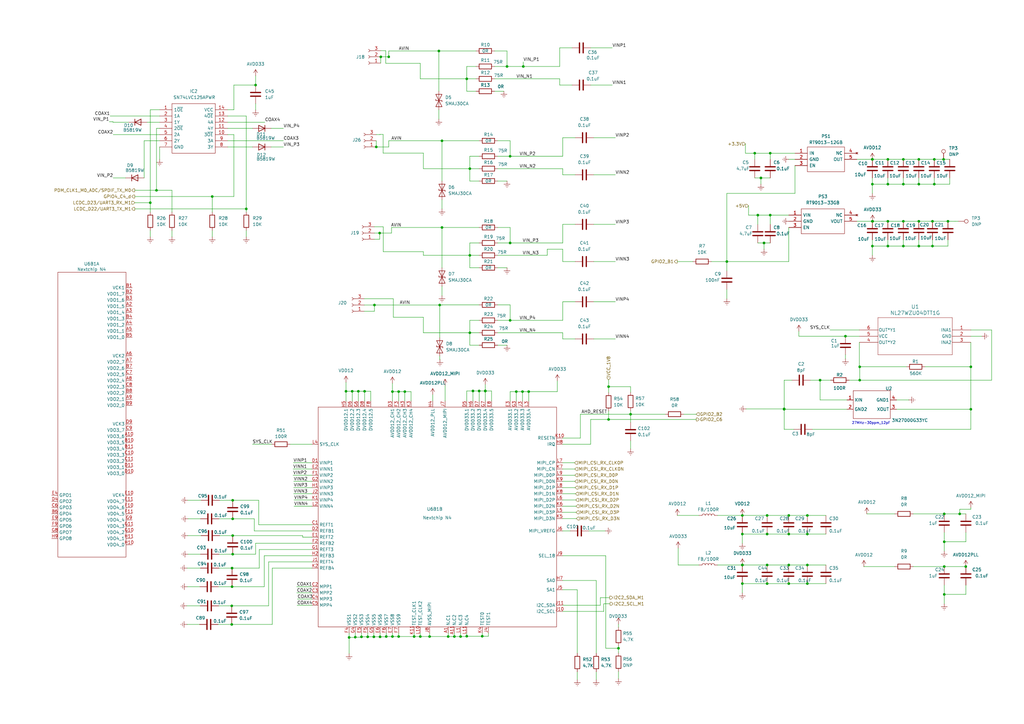
<source format=kicad_sch>
(kicad_sch (version 20230819) (generator eeschema)
  (paper "A3")
  (junction (at 196.5209 160.3586))
  (junction (at 183.8209 261.0696))
  (junction (at 156.1875 23.3142))
  (junction (at 188.9009 261.0696))
  (junction (at 192.7109 69.1726))
  (junction (at 298.1209 107.2726))
  (junction (at 95.0479 248.4966))
  (junction (at 376.8609 100.9226))
  (junction (at 214.63 27.2626))
  (junction (at 95.0479 256.1166))
  (junction (at 314.6309 239.3526))
  (junction (at 160.9609 160.6126))
  (junction (at 387.2749 232.3676))
  (junction (at 209.2209 131.4026))
  (junction (at 192.7109 136.4826))
  (junction (at 253.6709 265.8818))
  (junction (at 160.9609 261.0696))
  (junction (at 364.1609 65.3626))
  (junction (at 95.4289 227.2876))
  (junction (at 186.3609 261.0696))
  (junction (at 191.4409 260.9426))
  (junction (at 387.2749 222.2076))
  (junction (at 95.1749 233.0026))
  (junction (at 357.8109 100.9226))
  (junction (at 370.5109 65.3626))
  (junction (at 387.0012 65.3626))
  (junction (at 95.4289 205.1896))
  (junction (at 383.2109 75.5226))
  (junction (at 155.8809 261.1966))
  (junction (at 398.1969 167.8516))
  (junction (at 364.1609 100.9226))
  (junction (at 310.8209 88.2226))
  (junction (at 323.5209 219.0326))
  (junction (at 304.4709 239.3526))
  (junction (at 207.9509 27.2626))
  (junction (at 398.1969 150.4526))
  (junction (at 304.4709 211.4126))
  (junction (at 357.8109 75.5226))
  (junction (at 209.2209 64.0926))
  (junction (at 387.2749 243.7976))
  (junction (at 249.6069 172.0426))
  (junction (at 181.2809 93.3026))
  (junction (at 314.6309 219.0326))
  (junction (at 199.0533 160.3586))
  (junction (at 357.7962 65.3626))
  (junction (at 101.0169 85.6826))
  (junction (at 180.34 125.1024))
  (junction (at 357.8109 90.7626))
  (junction (at 193.9809 160.3586))
  (junction (at 166.0409 160.6126))
  (junction (at 370.5109 75.5226))
  (junction (at 169.8509 261.0696))
  (junction (at 312.0909 72.9826))
  (junction (at 314.6309 231.7326))
  (junction (at 249.6069 158.5806))
  (junction (at 336.3479 155.9136))
  (junction (at 141.9109 160.4856))
  (junction (at 331.1409 219.0326))
  (junction (at 376.8609 75.5226))
  (junction (at 148.2609 261.1966))
  (junction (at 163.5009 261.0696))
  (junction (at 181.2809 57.7426))
  (junction (at 150.8009 261.1966))
  (junction (at 145.7209 261.3236))
  (junction (at 197.7909 260.9426))
  (junction (at 199.0609 160.3586))
  (junction (at 321.6159 167.8516))
  (junction (at 323.5209 239.3526))
  (junction (at 346.7619 137.8796))
  (junction (at 357.8819 90.7626))
  (junction (at 370.5109 90.7626))
  (junction (at 376.8609 90.7626))
  (junction (at 323.5209 231.7326))
  (junction (at 211.7609 160.6126))
  (junction (at 191.4409 32.3426))
  (junction (at 370.5109 100.9226))
  (junction (at 163.5009 160.6126))
  (junction (at 153.5825 125.1024))
  (junction (at 95.1749 240.6226))
  (junction (at 149.5309 160.4856))
  (junction (at 192.7109 104.7326))
  (junction (at 104.8269 34.8826))
  (junction (at 180.0109 20.9126))
  (junction (at 315.9009 88.2226))
  (junction (at 214.3009 160.6126))
  (junction (at 315.9009 62.8226))
  (junction (at 172.3909 261.0696))
  (junction (at 331.1409 211.4126))
  (junction (at 314.6309 211.4126))
  (junction (at 144.4509 160.4856))
  (junction (at 159.4369 23.3142))
  (junction (at 321.6159 167.7246))
  (junction (at 304.5069 231.7326))
  (junction (at 95.4289 219.6676))
  (junction (at 387.2749 210.7776))
  (junction (at 388.8046 90.7626))
  (junction (at 87.0469 80.6026))
  (junction (at 209.2209 99.6526))
  (junction (at 382.4546 100.9226))
  (junction (at 364.1609 90.7626))
  (junction (at 352.6039 155.9136))
  (junction (at 304.4709 219.0326))
  (junction (at 382.4546 90.7626))
  (junction (at 383.2109 65.3626))
  (junction (at 176.2009 261.0696))
  (junction (at 313.3609 99.6526))
  (junction (at 331.1409 231.7326))
  (junction (at 357.8109 65.3626))
  (junction (at 61.6469 83.1426))
  (junction (at 154.3257 60.2625))
  (junction (at 158.4209 261.0696))
  (junction (at 95.4289 212.8096))
  (junction (at 153.3409 261.1966))
  (junction (at 364.1609 75.5226))
  (junction (at 323.5209 211.4126))
  (junction (at 64.1869 78.0626))
  (junction (at 376.8609 65.3626))
  (junction (at 304.4709 231.7326))
  (junction (at 146.9909 160.4856))
  (junction (at 309.5509 62.8226))
  (junction (at 393.6198 210.7776))
  (junction (at 396.1133 232.3676))
  (junction (at 216.8409 160.6126))
  (junction (at 155.7143 95.5828))
  (junction (at 352.6039 150.4526))
  (junction (at 143.1809 261.4506))
  (junction (at 258.6239 169.8836))
  (junction (at 331.1409 239.3526))
  (wire (pts (xy 121.7179 243.1626) (xy 127.9409 243.1626)))
  (wire (pts (xy 294.3109 231.7326) (xy 304.4709 231.7326)))
  (wire (pts (xy 258.6239 169.8836) (xy 258.6239 173.1856)))
  (wire (pts (xy 246.253 245.11) (xy 246.253 248.2426)))
  (wire (pts (xy 192.7109 69.1726) (xy 192.7109 74.2526)))
  (wire (pts (xy 106.3509 233.0026) (xy 95.1749 233.0026)))
  (wire (pts (xy 258.6239 169.8836) (xy 272.8479 169.8836)))
  (wire (pts (xy 46.3349 49.9124) (xy 46.3349 50.1226)))
  (wire (pts (xy 230.8109 139.0226) (xy 235.8909 139.0226)))
  (wire (pts (xy 145.7209 259.6726) (xy 145.7209 261.3236)))
  (wire (pts (xy 230.8109 207.6026) (xy 236.2719 207.6026)))
  (wire (pts (xy 249.6069 172.0426) (xy 285.5479 172.0426)))
  (wire (pts (xy 93.3969 45.0426) (xy 95.9369 45.0426)))
  (wire (pts (xy 46.4069 72.9826) (xy 51.4869 72.9826)))
  (wire (pts (xy 153.3409 259.6726) (xy 153.3409 261.1966)))
  (wire (pts (xy 238.0499 179.6626) (xy 230.8109 179.6626)))
  (wire (pts (xy 181.2809 117.4326) (xy 181.2809 121.2426)))
  (wire (pts (xy 173.6609 130.1326) (xy 173.6609 136.4826)))
  (wire (pts (xy 155.8555 55.1437) (xy 157.1255 55.1437)))
  (wire (pts (xy 93.3969 50.1226) (xy 108.6369 50.1226)))
  (wire (pts (xy 163.5009 160.6126) (xy 163.5009 164.4226)))
  (wire (pts (xy 323.5209 65.3626) (xy 326.0609 65.3626)))
  (wire (pts (xy 153.5674 93.0428) (xy 157.1917 93.0428)))
  (wire (pts (xy 173.6609 103.2086) (xy 173.6609 104.7326)))
  (wire (pts (xy 209.2209 131.4026) (xy 230.8109 131.4026)))
  (wire (pts (xy 214.63 27.2626) (xy 229.5409 27.2626)))
  (wire (pts (xy 181.2809 57.7426) (xy 181.2809 74.2526)))
  (wire (pts (xy 120.1939 194.9026) (xy 127.9409 194.9026)))
  (wire (pts (xy 242.2409 34.8826) (xy 251.1309 34.8826)))
  (wire (pts (xy 309.5509 62.8226) (xy 309.5509 65.3626)))
  (wire (pts (xy 104.8269 227.2876) (xy 95.4289 227.2876)))
  (wire (pts (xy 110.1609 230.4626) (xy 127.9409 230.4626)))
  (wire (pts (xy 95.4289 219.6676) (xy 124.1309 219.6676)))
  (wire (pts (xy 93.3969 52.6626) (xy 103.5569 52.6626)))
  (wire (pts (xy 127.9409 215.2226) (xy 106.0969 215.2226)))
  (wire (pts (xy 244.5269 275.5476) (xy 244.5269 278.7226)))
  (wire (pts (xy 230.8109 136.4826) (xy 230.8109 139.0226)))
  (wire (pts (xy 181.2809 81.8726) (xy 181.2809 85.6826)))
  (wire (pts (xy 180.34 146.05) (xy 180.34 147.4333)))
  (wire (pts (xy 200.3309 259.6726) (xy 200.3309 260.9426)))
  (wire (pts (xy 95.0479 248.4966) (xy 110.1609 248.4966)))
  (wire (pts (xy 155.7143 95.5828) (xy 155.7143 98.1228)))
  (wire (pts (xy 376.8609 98.3826) (xy 376.8609 100.9226)))
  (wire (pts (xy 160.9609 259.6726) (xy 160.9609 261.0696)))
  (wire (pts (xy 127.9409 222.8426) (xy 104.8269 222.8426)))
  (wire (pts (xy 382.4546 90.7626) (xy 376.8609 90.7626)))
  (wire (pts (xy 207.9509 20.9126) (xy 207.9509 27.2626)))
  (wire (pts (xy 120.3209 189.8226) (xy 127.9409 189.8226)))
  (wire (pts (xy 230.8109 189.8226) (xy 235.6369 189.8226)))
  (wire (pts (xy 202.8709 27.2626) (xy 207.9509 27.2626)))
  (wire (pts (xy 160.9609 160.6126) (xy 163.5009 160.6126)))
  (wire (pts (xy 197.7909 260.9426) (xy 191.4409 260.9426)))
  (wire (pts (xy 159.4369 23.3142) (xy 159.4369 23.4526)))
  (wire (pts (xy 253.6709 255.9896) (xy 253.6709 257.2596)))
  (wire (pts (xy 196.5209 131.4026) (xy 192.7109 131.4026)))
  (wire (pts (xy 55.2969 83.1426) (xy 61.6469 83.1426)))
  (wire (pts (xy 370.5109 98.3826) (xy 370.5109 100.9226)))
  (wire (pts (xy 336.3479 155.9136) (xy 336.3479 164.0416)))
  (wire (pts (xy 160.5799 95.5828) (xy 155.7143 95.5828)))
  (wire (pts (xy 172.3909 259.6726) (xy 172.3909 261.0696)))
  (wire (pts (xy 149.5309 160.4856) (xy 152.0709 160.4856)))
  (wire (pts (xy 258.6239 180.8056) (xy 258.6239 184.1076)))
  (wire (pts (xy 294.3109 211.4126) (xy 304.4709 211.4126)))
  (wire (pts (xy 204.1409 93.3026) (xy 209.2209 93.3026)))
  (wire (pts (xy 111.1769 60.2826) (xy 116.2569 60.2826)))
  (wire (pts (xy 204.1409 57.7426) (xy 209.2209 57.7426)))
  (wire (pts (xy 156.1875 20.7742) (xy 158.2408 20.7742)))
  (wire (pts (xy 243.5109 92.0326) (xy 252.4009 92.0326)))
  (wire (pts (xy 354.33 232.41) (xy 354.33 232.3676)))
  (wire (pts (xy 196.5209 64.0926) (xy 192.7109 64.0926)))
  (wire (pts (xy 211.7609 160.6126) (xy 214.3009 160.6126)))
  (wire (pts (xy 95.0479 256.1166) (xy 111.6849 256.1166)))
  (wire (pts (xy 173.6609 62.7838) (xy 173.6609 69.1726)))
  (wire (pts (xy 191.4409 27.2626) (xy 191.4409 32.3426)))
  (wire (pts (xy 364.1609 65.3626) (xy 370.5109 65.3626)))
  (wire (pts (xy 143.1809 261.4506) (xy 143.1809 268.0546)))
  (wire (pts (xy 120.1939 192.3626) (xy 127.9409 192.3626)))
  (wire (pts (xy 331.1409 219.0326) (xy 338.7609 219.0326)))
  (wire (pts (xy 230.8109 56.4726) (xy 230.8109 64.0926)))
  (wire (pts (xy 370.5109 65.3626) (xy 376.8609 65.3626)))
  (wire (pts (xy 312.0909 72.9826) (xy 312.0909 75.5226)))
  (wire (pts (xy 277.8009 211.4126) (xy 286.6909 211.4126)))
  (wire (pts (xy 183.8209 259.6726) (xy 183.8209 261.0696)))
  (wire (pts (xy 243.5109 123.7826) (xy 252.4009 123.7826)))
  (wire (pts (xy 214.63 25.4) (xy 214.63 27.2626)))
  (wire (pts (xy 191.4409 37.4226) (xy 195.2509 37.4226)))
  (wire (pts (xy 357.8109 90.7626) (xy 357.8819 90.7626)))
  (wire (pts (xy 258.6239 160.8666) (xy 258.6239 158.5806)))
  (wire (pts (xy 304.4709 211.4126) (xy 314.6309 211.4126)))
  (wire (pts (xy 204.1409 125.0526) (xy 209.2209 125.0526)))
  (wire (pts (xy 169.8509 261.0696) (xy 163.5009 261.0696)))
  (wire (pts (xy 310.8209 88.2226) (xy 310.8209 92.0326)))
  (wire (pts (xy 192.7109 109.8126) (xy 196.5209 109.8126)))
  (wire (pts (xy 346.7619 137.8796) (xy 352.4769 137.8796)))
  (wire (pts (xy 258.6239 158.5806) (xy 249.6069 158.5806)))
  (wire (pts (xy 89.4599 256.1166) (xy 95.0479 256.1166)))
  (wire (pts (xy 124.1309 219.6676) (xy 124.1309 220.3026)))
  (wire (pts (xy 244.5269 238.0826) (xy 244.5269 267.9276)))
  (wire (pts (xy 228.6 156.21) (xy 228.6 160.6126)))
  (wire (pts (xy 192.7109 136.4826) (xy 192.7109 141.5626)))
  (wire (pts (xy 104.8269 42.5026) (xy 104.8269 45.0426)))
  (wire (pts (xy 253.6709 264.8796) (xy 253.6709 265.8818)))
  (wire (pts (xy 157.1917 103.2086) (xy 173.6609 103.2086)))
  (wire (pts (xy 95.4289 212.8096) (xy 104.3189 212.8096)))
  (wire (pts (xy 173.6609 69.1726) (xy 192.7109 69.1726)))
  (wire (pts (xy 127.9409 233.0026) (xy 111.6849 233.0026)))
  (wire (pts (xy 89.8409 233.0026) (xy 95.1749 233.0026)))
  (wire (pts (xy 323.5209 88.2226) (xy 315.9009 88.2226)))
  (wire (pts (xy 327.66 137.8796) (xy 346.7619 137.8796)))
  (wire (pts (xy 154.3257 57.7225) (xy 154.3257 60.2625)))
  (wire (pts (xy 230.8109 241.8926) (xy 236.7799 241.8926)))
  (wire (pts (xy 89.8409 212.8096) (xy 95.4289 212.8096)))
  (wire (pts (xy 229.5409 34.8826) (xy 234.6209 34.8826)))
  (wire (pts (xy 87.0469 94.5726) (xy 87.0469 97.1126)))
  (wire (pts (xy 120.5749 207.6026) (xy 127.9409 207.6026)))
  (wire (pts (xy 176.2009 261.0696) (xy 172.3909 261.0696)))
  (wire (pts (xy 61.6469 94.5726) (xy 61.6469 97.1126)))
  (wire (pts (xy 230.8109 238.0826) (xy 244.5269 238.0826)))
  (wire (pts (xy 150.8009 259.6726) (xy 150.8009 261.1966)))
  (wire (pts (xy 120.4479 202.5226) (xy 127.9409 202.5226)))
  (wire (pts (xy 230.8109 182.2026) (xy 242.2409 182.2026)))
  (wire (pts (xy 216.8409 160.6126) (xy 216.8409 164.4226)))
  (wire (pts (xy 305.9949 167.7246) (xy 321.6159 167.7246)))
  (wire (pts (xy 124.1309 220.3026) (xy 127.9409 220.3026)))
  (wire (pts (xy 247.65 247.65) (xy 250.19 247.65)))
  (wire (pts (xy 156.1875 25.8542) (xy 156.1875 23.3142)))
  (wire (pts (xy 149.4067 122.5624) (xy 161.3419 122.5624)))
  (wire (pts (xy 95.1749 240.6226) (xy 108.3829 240.6226)))
  (wire (pts (xy 90.0949 219.6676) (xy 95.4289 219.6676)))
  (wire (pts (xy 379.4009 150.4526) (xy 398.1969 150.4526)))
  (wire (pts (xy 309.5509 62.8226) (xy 305.7409 62.8226)))
  (wire (pts (xy 253.6709 275.4206) (xy 253.6709 278.3416)))
  (wire (pts (xy 291.7709 107.2726) (xy 298.1209 107.2726)))
  (wire (pts (xy 348.2859 155.9136) (xy 352.6039 155.9136)))
  (wire (pts (xy 243.5109 107.2726) (xy 252.4009 107.2726)))
  (wire (pts (xy 326.0609 79.3326) (xy 298.1209 79.3326)))
  (wire (pts (xy 196.5209 57.7426) (xy 181.2809 57.7426)))
  (wire (pts (xy 199.0533 157.7072) (xy 199.0533 160.3586)))
  (wire (pts (xy 314.6309 239.3526) (xy 323.5209 239.3526)))
  (wire (pts (xy 155.8555 55.1825) (xy 154.3257 55.1825)))
  (wire (pts (xy 148.2609 259.6726) (xy 148.2609 261.1966)))
  (wire (pts (xy 192.7109 136.4826) (xy 196.5209 136.4826)))
  (wire (pts (xy 230.8109 192.3626) (xy 235.7639 192.3626)))
  (wire (pts (xy 253.6709 265.8818) (xy 253.6709 267.8006)))
  (wire (pts (xy 321.6159 167.8516) (xy 347.3969 167.8516)))
  (wire (pts (xy 46.3349 50.1226) (xy 52.7569 50.1226)))
  (wire (pts (xy 160.5799 93.3026) (xy 160.5799 95.5828)))
  (wire (pts (xy 153.3409 261.1966) (xy 155.8809 261.1966)))
  (wire (pts (xy 374.5749 210.7776) (xy 387.2749 210.7776)))
  (wire (pts (xy 160.9609 157.1836) (xy 160.9609 160.6126)))
  (wire (pts (xy 230.8109 194.9026) (xy 235.7639 194.9026)))
  (wire (pts (xy 249.6069 155.7866) (xy 249.6069 158.5806)))
  (wire (pts (xy 177.4709 161.8826) (xy 177.4709 164.4226)))
  (wire (pts (xy 191.4409 259.6726) (xy 191.4409 260.9426)))
  (wire (pts (xy 95.9369 55.2026) (xy 95.9369 80.6026)))
  (wire (pts (xy 376.8609 75.5226) (xy 383.2109 75.5226)))
  (wire (pts (xy 248.4632 227.9226) (xy 230.8109 227.9226)))
  (wire (pts (xy 143.1809 259.6726) (xy 143.1809 261.4506)))
  (wire (pts (xy 188.9009 259.6726) (xy 188.9009 261.0696)))
  (wire (pts (xy 230.8109 71.7126) (xy 235.8909 71.7126)))
  (wire (pts (xy 391.705 90.7626) (xy 388.8046 90.7626)))
  (wire (pts (xy 214.3009 160.6126) (xy 214.3009 164.4226)))
  (wire (pts (xy 248.4632 265.8818) (xy 248.4632 227.9226)))
  (wire (pts (xy 211.7609 160.6126) (xy 211.7609 164.4226)))
  (wire (pts (xy 158.4209 259.6726) (xy 158.4209 261.0696)))
  (wire (pts (xy 145.7209 261.4506) (xy 143.1809 261.4506)))
  (wire (pts (xy 230.8109 107.2726) (xy 235.8909 107.2726)))
  (wire (pts (xy 149.4067 125.1024) (xy 153.5825 125.1024)))
  (wire (pts (xy 155.7143 95.5828) (xy 153.5674 95.5828)))
  (wire (pts (xy 90.0949 205.1896) (xy 95.4289 205.1896)))
  (wire (pts (xy 181.2809 93.3026) (xy 181.2809 109.8126)))
  (wire (pts (xy 64.1869 78.0626) (xy 70.5369 78.0626)))
  (wire (pts (xy 391.705 90.7701) (xy 391.705 90.7626)))
  (wire (pts (xy 186.3609 261.0696) (xy 183.8209 261.0696)))
  (wire (pts (xy 104.8269 222.8426) (xy 104.8269 227.2876)))
  (wire (pts (xy 325.5529 176.1066) (xy 321.6159 176.1066)))
  (wire (pts (xy 364.1609 75.5226) (xy 370.5109 75.5226)))
  (wire (pts (xy 180.0109 45.0426) (xy 180.0109 48.8526)))
  (wire (pts (xy 55.2969 80.6026) (xy 87.0469 80.6026)))
  (wire (pts (xy 95.9369 80.6026) (xy 87.0469 80.6026)))
  (wire (pts (xy 352.6039 155.9136) (xy 406.7059 155.9136)))
  (wire (pts (xy 155.8809 259.6726) (xy 155.8809 261.1966)))
  (wire (pts (xy 45.1369 47.5826) (xy 65.4569 47.5826)))
  (wire (pts (xy 242.2409 19.6426) (xy 251.1309 19.6426)))
  (wire (pts (xy 172.3909 32.3426) (xy 191.4409 32.3426)))
  (wire (pts (xy 374.5749 232.3676) (xy 387.2749 232.3676)))
  (wire (pts (xy 382.4546 90.7626) (xy 388.8046 90.7626)))
  (wire (pts (xy 163.5009 259.6726) (xy 163.5009 261.0696)))
  (wire (pts (xy 238.0499 169.8836) (xy 258.6239 169.8836)))
  (wire (pts (xy 204.1409 99.6526) (xy 209.2209 99.6526)))
  (wire (pts (xy 364.1609 100.9226) (xy 370.5109 100.9226)))
  (wire (pts (xy 191.4409 32.3426) (xy 191.4409 37.4226)))
  (wire (pts (xy 159.4369 57.7426) (xy 159.4369 60.2826)))
  (wire (pts (xy 93.3969 47.5826) (xy 101.0169 47.5826)))
  (wire (pts (xy 396.1649 222.2076) (xy 387.2749 222.2076)))
  (wire (pts (xy 120.4479 199.9826) (xy 127.9409 199.9826)))
  (wire (pts (xy 393.0203 90.7701) (xy 391.705 90.7701)))
  (wire (pts (xy 382.4546 100.9226) (xy 388.8046 100.9226)))
  (wire (pts (xy 191.4409 260.9426) (xy 191.4409 261.0696)))
  (wire (pts (xy 173.6609 104.7326) (xy 192.7109 104.7326)))
  (wire (pts (xy 196.5209 93.3026) (xy 181.2809 93.3026)))
  (wire (pts (xy 76.8869 240.6226) (xy 81.9669 240.6226)))
  (wire (pts (xy 383.2109 75.5226) (xy 389.5609 75.5226)))
  (wire (pts (xy 376.8609 72.9826) (xy 376.8609 75.5226)))
  (wire (pts (xy 192.7109 99.6526) (xy 192.7109 104.7326)))
  (wire (pts (xy 195.2509 20.9126) (xy 180.0109 20.9126)))
  (wire (pts (xy 209.2209 64.0926) (xy 230.8109 64.0926)))
  (wire (pts (xy 230.8109 102.1926) (xy 230.8109 107.2726)))
  (wire (pts (xy 89.8409 227.2876) (xy 95.4289 227.2876)))
  (wire (pts (xy 161.3419 130.1326) (xy 173.6609 130.1326)))
  (wire (pts (xy 230.8109 205.0626) (xy 236.1449 205.0626)))
  (wire (pts (xy 154.3257 60.2625) (xy 154.3257 60.2826)))
  (wire (pts (xy 89.5869 240.6226) (xy 95.1749 240.6226)))
  (wire (pts (xy 77.0139 219.6676) (xy 82.4749 219.6676)))
  (wire (pts (xy 176.2009 259.6726) (xy 176.2009 261.0696)))
  (wire (pts (xy 387.2749 222.2076) (xy 387.2749 218.3976)))
  (wire (pts (xy 230.8109 212.6826) (xy 236.3989 212.6826)))
  (wire (pts (xy 192.7109 141.5626) (xy 196.5209 141.5626)))
  (wire (pts (xy 357.8109 75.5226) (xy 357.8109 79.3326)))
  (wire (pts (xy 59.1069 57.7426) (xy 59.1069 72.9826)))
  (wire (pts (xy 209.2209 57.7426) (xy 209.2209 64.0926)))
  (wire (pts (xy 152.0709 160.4856) (xy 152.0709 164.4226)))
  (wire (pts (xy 157.1255 55.1437) (xy 157.1255 62.7838)))
  (wire (pts (xy 89.7139 248.4966) (xy 95.0479 248.4966)))
  (wire (pts (xy 398.1969 208.1619) (xy 398.1969 208.8726)))
  (wire (pts (xy 172.3909 261.0696) (xy 169.8509 261.0696)))
  (wire (pts (xy 61.6469 83.1426) (xy 61.6469 86.9526)))
  (wire (pts (xy 127.9409 245.7026) (xy 121.9719 245.7026)))
  (wire (pts (xy 166.0409 160.6126) (xy 168.5809 160.6126)))
  (wire (pts (xy 160.9609 164.4226) (xy 160.9609 160.6126)))
  (wire (pts (xy 155.7143 98.1228) (xy 153.5674 98.1228)))
  (wire (pts (xy 61.6469 45.0426) (xy 61.6469 83.1426)))
  (wire (pts (xy 323.5209 239.3526) (xy 331.1409 239.3526)))
  (wire (pts (xy 157.1255 62.7838) (xy 173.6609 62.7838)))
  (wire (pts (xy 95.9369 34.8826) (xy 104.8269 34.8826)))
  (wire (pts (xy 331.1409 231.7326) (xy 338.7609 231.7326)))
  (wire (pts (xy 224.4609 104.7326) (xy 204.1409 104.7326)))
  (wire (pts (xy 304.4709 239.3526) (xy 304.4709 243.1626)))
  (wire (pts (xy 192.7109 69.1726) (xy 196.5209 69.1726)))
  (wire (pts (xy 321.6159 167.8516) (xy 321.6159 176.1066)))
  (wire (pts (xy 166.0409 160.6126) (xy 166.0409 164.4226)))
  (wire (pts (xy 127.9409 225.3826) (xy 106.3509 225.3826)))
  (wire (pts (xy 149.5309 160.4856) (xy 149.5309 164.4226)))
  (wire (pts (xy 199.0609 160.3586) (xy 199.0609 164.4226)))
  (wire (pts (xy 315.9009 62.8226) (xy 315.9009 65.3626)))
  (wire (pts (xy 336.3479 155.9136) (xy 340.6659 155.9136)))
  (wire (pts (xy 235.8909 92.0326) (xy 230.8109 92.0326)))
  (wire (pts (xy 364.1609 72.9826) (xy 364.1609 75.5226)))
  (wire (pts (xy 149.4067 127.6424) (xy 153.5825 127.6424)))
  (wire (pts (xy 393.6198 210.7776) (xy 396.1649 210.7776)))
  (wire (pts (xy 157.1917 93.0428) (xy 157.1917 103.2086)))
  (wire (pts (xy 191.4409 160.3586) (xy 193.9809 160.3586)))
  (wire (pts (xy 327.66 137.8796) (xy 327.66 135.89)))
  (wire (pts (xy 144.4509 160.4856) (xy 146.9909 160.4856)))
  (wire (pts (xy 196.5209 125.0526) (xy 181.2809 125.0526)))
  (wire (pts (xy 121.7179 240.6226) (xy 127.9409 240.6226)))
  (wire (pts (xy 280.4679 169.8836) (xy 285.5479 169.8836)))
  (wire (pts (xy 192.7109 74.2526) (xy 196.5209 74.2526)))
  (wire (pts (xy 230.8109 197.4426) (xy 235.7639 197.4426)))
  (wire (pts (xy 159.4369 20.9126) (xy 180.0109 20.9126)))
  (wire (pts (xy 230.8109 69.1726) (xy 230.8109 71.7126)))
  (wire (pts (xy 278.13 231.7326) (xy 286.6909 231.7326)))
  (wire (pts (xy 310.8209 88.2226) (xy 315.9009 88.2226)))
  (wire (pts (xy 367.7169 167.8516) (xy 398.1969 167.8516)))
  (wire (pts (xy 168.5809 160.6126) (xy 168.5809 164.4226)))
  (wire (pts (xy 230.8109 210.1426) (xy 236.2719 210.1426)))
  (wire (pts (xy 106.3509 225.3826) (xy 106.3509 233.0026)))
  (wire (pts (xy 197.7909 259.6726) (xy 197.7909 260.9426)))
  (wire (pts (xy 387.2749 243.7976) (xy 387.2749 247.6076)))
  (wire (pts (xy 387.2749 232.3676) (xy 396.1133 232.3676)))
  (wire (pts (xy 355.5249 210.7776) (xy 366.9549 210.7776)))
  (wire (pts (xy 110.1609 248.4966) (xy 110.1609 230.4626)))
  (wire (pts (xy 298.1209 79.3326) (xy 298.1209 107.2726)))
  (wire (pts (xy 228.6 160.6126) (xy 216.8409 160.6126)))
  (wire (pts (xy 396.1649 243.7976) (xy 387.2749 243.7976)))
  (wire (pts (xy 155.8555 55.1437) (xy 155.8555 55.1825)))
  (wire (pts (xy 207.9509 27.2626) (xy 214.63 27.2626)))
  (wire (pts (xy 246.253 245.11) (xy 250.063 245.11)))
  (wire (pts (xy 364.1609 90.7626) (xy 370.5109 90.7626)))
  (wire (pts (xy 253.6709 265.8818) (xy 248.4632 265.8818)))
  (wire (pts (xy 65.4569 45.0426) (xy 61.6469 45.0426)))
  (wire (pts (xy 159.4369 57.7426) (xy 181.2809 57.7426)))
  (wire (pts (xy 321.6159 167.7246) (xy 321.6159 167.8516)))
  (wire (pts (xy 352.4769 150.4526) (xy 352.6039 150.4526)))
  (wire (pts (xy 70.5369 78.0626) (xy 70.5369 86.9526)))
  (wire (pts (xy 304.4709 219.0326) (xy 304.4709 222.8426)))
  (wire (pts (xy 242.2409 172.0426) (xy 249.6069 172.0426)))
  (wire (pts (xy 204.1409 64.0926) (xy 209.2209 64.0926)))
  (wire (pts (xy 70.5369 94.5726) (xy 70.5369 97.1126)))
  (wire (pts (xy 199.0533 160.3586) (xy 199.0609 160.3586)))
  (wire (pts (xy 201.6009 160.3586) (xy 201.6009 164.4226)))
  (wire (pts (xy 141.9109 164.4226) (xy 141.9109 160.4856)))
  (wire (pts (xy 161.3419 122.5624) (xy 161.3419 130.1326)))
  (wire (pts (xy 333.1729 176.1066) (xy 398.1969 176.1066)))
  (wire (pts (xy 146.9909 160.4856) (xy 149.5309 160.4856)))
  (wire (pts (xy 351.4609 90.7626) (xy 357.8109 90.7626)))
  (wire (pts (xy 159.4369 20.9126) (xy 159.4369 23.3142)))
  (wire (pts (xy 163.5009 261.0696) (xy 160.9609 261.0696)))
  (wire (pts (xy 192.7109 104.7326) (xy 196.5209 104.7326)))
  (wire (pts (xy 314.6309 211.4126) (xy 323.5209 211.4126)))
  (wire (pts (xy 111.6849 233.0026) (xy 111.6849 256.1166)))
  (wire (pts (xy 188.9009 261.0696) (xy 186.3609 261.0696)))
  (wire (pts (xy 396.1649 218.3976) (xy 396.1649 222.2076)))
  (wire (pts (xy 340.4119 135.3396) (xy 352.4769 135.3396)))
  (wire (pts (xy 370.5109 100.9226) (xy 376.8609 100.9226)))
  (wire (pts (xy 243.5109 56.4726) (xy 252.4009 56.4726)))
  (wire (pts (xy 326.0609 67.9026) (xy 326.0609 79.3326)))
  (wire (pts (xy 376.8609 100.9226) (xy 382.4546 100.9226)))
  (wire (pts (xy 258.6239 168.4866) (xy 258.6239 169.8836)))
  (wire (pts (xy 76.7599 256.1166) (xy 81.8399 256.1166)))
  (wire (pts (xy 323.5209 219.0326) (xy 331.1409 219.0326)))
  (wire (pts (xy 235.8909 123.7826) (xy 230.8109 123.7826)))
  (wire (pts (xy 202.8709 20.9126) (xy 207.9509 20.9126)))
  (wire (pts (xy 191.4409 261.0696) (xy 188.9009 261.0696)))
  (wire (pts (xy 393.6249 208.8726) (xy 393.6198 210.7776)))
  (wire (pts (xy 376.8609 65.3626) (xy 383.2109 65.3626)))
  (wire (pts (xy 230.8109 92.0326) (xy 230.8109 99.6526)))
  (wire (pts (xy 304.4709 231.7326) (xy 304.5069 231.7326)))
  (wire (pts (xy 352.4769 140.4196) (xy 352.4769 150.4526)))
  (wire (pts (xy 204.1409 74.2526) (xy 207.9509 74.2526)))
  (wire (pts (xy 200.3309 260.9426) (xy 197.7909 260.9426)))
  (wire (pts (xy 323.5209 231.7326) (xy 331.1409 231.7326)))
  (wire (pts (xy 230.8109 202.5226) (xy 236.0179 202.5226)))
  (wire (pts (xy 158.4209 261.1966) (xy 155.8809 261.1966)))
  (wire (pts (xy 46.4069 55.2026) (xy 65.4569 55.2026)))
  (wire (pts (xy 382.4546 98.3826) (xy 382.4546 100.9226)))
  (wire (pts (xy 304.5069 231.7326) (xy 314.6309 231.7326)))
  (wire (pts (xy 145.7209 261.3236) (xy 145.7209 261.4506)))
  (wire (pts (xy 108.3829 227.9226) (xy 127.9409 227.9226)))
  (wire (pts (xy 77.1409 227.2876) (xy 82.2209 227.2876)))
  (wire (pts (xy 95.9369 45.0426) (xy 95.9369 34.8826)))
  (wire (pts (xy 101.0169 47.5826) (xy 101.0169 85.6826)))
  (wire (pts (xy 387.2749 222.2076) (xy 387.2749 226.0176)))
  (wire (pts (xy 93.3969 60.2826) (xy 103.5569 60.2826)))
  (wire (pts (xy 202.8709 32.3426) (xy 229.5409 32.3426)))
  (wire (pts (xy 169.8509 259.6726) (xy 169.8509 261.0696)))
  (wire (pts (xy 243.5109 71.7126) (xy 252.4009 71.7126)))
  (wire (pts (xy 304.4709 219.0326) (xy 314.6309 219.0326)))
  (wire (pts (xy 331.1409 211.4126) (xy 338.7609 211.4126)))
  (wire (pts (xy 312.0909 72.9826) (xy 315.9009 72.9826)))
  (wire (pts (xy 160.9609 261.0696) (xy 158.4209 261.0696)))
  (wire (pts (xy 367.7169 164.0416) (xy 372.7159 164.0416)))
  (wire (pts (xy 180.34 147.4333) (xy 180.45 147.4333)))
  (wire (pts (xy 396.1649 239.9876) (xy 396.1649 243.7976)))
  (wire (pts (xy 104.8269 31.0886) (xy 104.8269 34.8826)))
  (wire (pts (xy 354.33 232.3676) (xy 366.9549 232.3676)))
  (wire (pts (xy 173.6609 136.4826) (xy 192.7109 136.4826)))
  (wire (pts (xy 77.1409 212.8096) (xy 82.2209 212.8096)))
  (wire (pts (xy 196.5209 160.3586) (xy 196.5209 164.4226)))
  (wire (pts (xy 180.34 125.1024) (xy 181.2809 125.1024)))
  (wire (pts (xy 313.3609 99.6526) (xy 313.3609 102.1926)))
  (wire (pts (xy 305.7409 59.0126) (xy 305.7409 62.8226)))
  (wire (pts (xy 383.2109 65.3626) (xy 387.0012 65.3626)))
  (wire (pts (xy 323.5209 107.2726) (xy 323.5209 93.3026)))
  (wire (pts (xy 111.1769 52.6626) (xy 116.2569 52.6626)))
  (wire (pts (xy 230.8109 217.7626) (xy 233.8589 217.7626)))
  (wire (pts (xy 104.3189 217.7626) (xy 127.9409 217.7626)))
  (wire (pts (xy 204.1409 136.4826) (xy 230.8109 136.4826)))
  (wire (pts (xy 180.0109 20.9126) (xy 180.0109 37.4226)))
  (wire (pts (xy 204.1409 141.5626) (xy 207.9509 141.5626)))
  (wire (pts (xy 76.6329 248.4966) (xy 82.0939 248.4966)))
  (wire (pts (xy 314.6309 231.7326) (xy 323.5209 231.7326)))
  (wire (pts (xy 60.3769 50.1226) (xy 65.4569 50.1226)))
  (wire (pts (xy 153.3409 261.1966) (xy 150.8009 261.1966)))
  (wire (pts (xy 370.5109 75.5226) (xy 376.8609 75.5226)))
  (wire (pts (xy 321.6159 155.9136) (xy 324.7909 155.9136)))
  (wire (pts (xy 120.4479 197.4426) (xy 127.9409 197.4426)))
  (wire (pts (xy 243.5109 139.0226) (xy 252.4009 139.0226)))
  (wire (pts (xy 55.2969 85.6826) (xy 101.0169 85.6826)))
  (wire (pts (xy 298.1209 107.2726) (xy 323.5209 107.2726)))
  (wire (pts (xy 141.9109 160.4856) (xy 144.4509 160.4856)))
  (wire (pts (xy 398.1969 167.8516) (xy 398.1969 176.1066)))
  (wire (pts (xy 65.4569 52.6626) (xy 64.1869 52.6626)))
  (wire (pts (xy 229.5409 19.6426) (xy 229.5409 27.2626)))
  (wire (pts (xy 192.7109 104.7326) (xy 192.7109 109.8126)))
  (wire (pts (xy 65.4569 57.7426) (xy 59.1069 57.7426)))
  (wire (pts (xy 383.2109 72.9826) (xy 383.2109 75.5226)))
  (wire (pts (xy 101.0169 85.6826) (xy 101.0169 86.9526)))
  (wire (pts (xy 44.8083 49.9124) (xy 46.3349 49.9124)))
  (wire (pts (xy 204.1409 109.8126) (xy 207.9509 109.8126)))
  (wire (pts (xy 313.3609 99.6526) (xy 315.9009 99.6526)))
  (wire (pts (xy 398.1969 137.8796) (xy 402.6419 137.8796)))
  (wire (pts (xy 307.0109 84.4126) (xy 307.0109 88.2226)))
  (wire (pts (xy 234.6209 19.6426) (xy 229.5409 19.6426)))
  (wire (pts (xy 387.2749 210.7776) (xy 393.6198 210.7776)))
  (wire (pts (xy 144.4509 160.4856) (xy 144.4509 164.4226)))
  (wire (pts (xy 204.1409 69.1726) (xy 230.8109 69.1726)))
  (wire (pts (xy 388.8046 100.9226) (xy 388.8046 98.3826)))
  (wire (pts (xy 141.9109 156.8026) (xy 141.9109 160.4856)))
  (wire (pts (xy 229.5409 32.3426) (xy 229.5409 34.8826)))
  (wire (pts (xy 193.9809 160.3586) (xy 196.5209 160.3586)))
  (wire (pts (xy 180.34 125.1024) (xy 180.34 138.43)))
  (wire (pts (xy 150.8009 261.1966) (xy 148.2609 261.1966)))
  (wire (pts (xy 357.8109 98.3826) (xy 357.8109 100.9226)))
  (wire (pts (xy 158.4209 261.0696) (xy 158.4209 261.1966)))
  (wire (pts (xy 186.3609 259.6726) (xy 186.3609 261.0696)))
  (wire (pts (xy 372.7159 164.0416) (xy 372.7159 164.0385)))
  (wire (pts (xy 214.3009 160.6126) (xy 216.8409 160.6126)))
  (wire (pts (xy 242.2409 182.2026) (xy 242.2409 172.0426)))
  (wire (pts (xy 246.253 248.2426) (xy 230.8109 248.2426)))
  (wire (pts (xy 183.8209 261.0696) (xy 176.2009 261.0696)))
  (wire (pts (xy 158.2408 25.9926) (xy 172.3909 25.9926)))
  (wire (pts (xy 192.7109 131.4026) (xy 192.7109 136.4826)))
  (wire (pts (xy 224.4609 102.1926) (xy 224.4609 104.7326)))
  (wire (pts (xy 352.6039 150.4526) (xy 352.6039 155.9136)))
  (wire (pts (xy 364.1609 98.3826) (xy 364.1609 100.9226)))
  (wire (pts (xy 146.9909 160.4856) (xy 146.9909 164.4226)))
  (wire (pts (xy 93.3969 55.2026) (xy 95.9369 55.2026)))
  (wire (pts (xy 321.6159 155.9136) (xy 321.6159 167.7246)))
  (wire (pts (xy 153.5825 127.6424) (xy 153.5825 125.1024)))
  (wire (pts (xy 357.8109 100.9226) (xy 364.1609 100.9226)))
  (wire (pts (xy 352.6039 150.4526) (xy 371.7809 150.4526)))
  (wire (pts (xy 148.2609 261.1966) (xy 148.2609 261.3236)))
  (wire (pts (xy 236.7799 275.5476) (xy 236.7799 278.7226)))
  (wire (pts (xy 65.4569 60.2826) (xy 65.4569 65.3626)))
  (wire (pts (xy 309.5509 72.9826) (xy 312.0909 72.9826)))
  (wire (pts (xy 398.1969 150.4526) (xy 398.1969 167.8516)))
  (wire (pts (xy 163.5009 160.6126) (xy 166.0409 160.6126)))
  (wire (pts (xy 148.2609 261.3236) (xy 145.7209 261.3236)))
  (wire (pts (xy 196.5209 160.3586) (xy 199.0533 160.3586)))
  (wire (pts (xy 238.0499 169.8836) (xy 238.0499 179.6626)))
  (wire (pts (xy 398.1969 208.8726) (xy 393.6249 208.8726)))
  (wire (pts (xy 357.8819 90.7626) (xy 364.1609 90.7626)))
  (wire (pts (xy 332.4109 155.9136) (xy 336.3479 155.9136)))
  (wire (pts (xy 357.8109 100.9226) (xy 357.8109 104.7326)))
  (wire (pts (xy 101.0169 94.5726) (xy 101.0169 97.1126)))
  (wire (pts (xy 108.3829 240.6226) (xy 108.3829 227.9226)))
  (wire (pts (xy 76.7599 233.0026) (xy 82.2209 233.0026)))
  (wire (pts (xy 389.5609 75.5226) (xy 389.5609 72.9826)))
  (wire (pts (xy 106.0969 205.1896) (xy 95.4289 205.1896)))
  (wire (pts (xy 357.7962 65.3626) (xy 357.8109 65.3626)))
  (wire (pts (xy 209.2209 99.6526) (xy 230.8109 99.6526)))
  (wire (pts (xy 195.2509 27.2626) (xy 191.4409 27.2626)))
  (wire (pts (xy 160.5799 93.3026) (xy 181.2809 93.3026)))
  (wire (pts (xy 298.1209 118.7026) (xy 298.1209 122.5126)))
  (wire (pts (xy 172.3909 25.9926) (xy 172.3909 32.3426)))
  (wire (pts (xy 249.6069 158.5806) (xy 249.6069 160.9936)))
  (wire (pts (xy 55.2969 78.0626) (xy 64.1869 78.0626)))
  (wire (pts (xy 331.1409 239.3526) (xy 338.7609 239.3526)))
  (wire (pts (xy 103.5569 182.2026) (xy 111.4309 182.2026)))
  (wire (pts (xy 357.8109 65.3626) (xy 364.1609 65.3626)))
  (wire (pts (xy 236.7799 241.8926) (xy 236.7799 267.9276)))
  (wire (pts (xy 192.7109 64.0926) (xy 192.7109 69.1726)))
  (wire (pts (xy 196.5209 99.6526) (xy 192.7109 99.6526)))
  (wire (pts (xy 346.7619 145.4996) (xy 346.7619 147.1506)))
  (wire (pts (xy 191.4409 164.4226) (xy 191.4409 160.3586)))
  (wire (pts (xy 370.5109 72.9826) (xy 370.5109 75.5226)))
  (wire (pts (xy 204.1409 131.4026) (xy 209.2209 131.4026)))
  (wire (pts (xy 406.7059 135.3396) (xy 406.7059 155.9136)))
  (wire (pts (xy 304.4709 239.3526) (xy 314.6309 239.3526)))
  (wire (pts (xy 241.4789 217.7626) (xy 248.2099 217.7626)))
  (wire (pts (xy 209.2209 160.6126) (xy 211.7609 160.6126)))
  (wire (pts (xy 64.1869 52.6626) (xy 64.1869 78.0626)))
  (wire (pts (xy 298.1209 107.2726) (xy 298.1209 111.0826)))
  (wire (pts (xy 235.8909 56.4726) (xy 230.8109 56.4726)))
  (wire (pts (xy 209.2209 164.4226) (xy 209.2209 160.6126)))
  (wire (pts (xy 398.1969 140.4196) (xy 398.1969 150.4526)))
  (wire (pts (xy 357.8109 72.9826) (xy 357.8109 75.5226)))
  (wire (pts (xy 247.65 247.65) (xy 247.65 250.7826)))
  (wire (pts (xy 314.6309 219.0326) (xy 323.5209 219.0326)))
  (wire (pts (xy 120.5749 205.0626) (xy 127.9409 205.0626)))
  (wire (pts (xy 182.5509 158.0726) (xy 182.5509 164.4226)))
  (wire (pts (xy 310.8209 99.6526) (xy 313.3609 99.6526)))
  (wire (pts (xy 396.1133 232.3676) (xy 396.1649 232.3676)))
  (wire (pts (xy 278.13 224.79) (xy 278.13 231.7326)))
  (wire (pts (xy 387.0012 65.3626) (xy 389.5609 65.3626)))
  (wire (pts (xy 202.8709 37.4226) (xy 206.6809 37.4226)))
  (wire (pts (xy 315.9009 88.2226) (xy 315.9009 92.0326)))
  (wire (pts (xy 104.3189 212.8096) (xy 104.3189 217.7626)))
  (wire (pts (xy 77.0139 205.1896) (xy 82.4749 205.1896)))
  (wire (pts (xy 209.2209 93.3026) (xy 209.2209 99.6526)))
  (wire (pts (xy 156.1875 23.3142) (xy 159.4369 23.3142)))
  (wire (pts (xy 398.1969 135.3396) (xy 406.7059 135.3396)))
  (wire (pts (xy 230.8109 123.7826) (xy 230.8109 131.4026)))
  (wire (pts (xy 277.8009 107.2726) (xy 284.1509 107.2726)))
  (wire (pts (xy 159.4369 60.2826) (xy 154.3257 60.2826)))
  (wire (pts (xy 249.6069 168.6136) (xy 249.6069 172.0426)))
  (wire (pts (xy 387.2749 243.7976) (xy 387.2749 239.9876)))
  (wire (pts (xy 181.2809 125.1024) (xy 181.2809 125.0526)))
  (wire (pts (xy 230.8109 199.9826) (xy 235.8909 199.9826)))
  (wire (pts (xy 193.9809 160.3586) (xy 193.9809 164.4226)))
  (wire (pts (xy 351.4609 65.3626) (xy 357.7962 65.3626)))
  (wire (pts (xy 370.5109 90.7626) (xy 376.8609 90.7626)))
  (wire (pts (xy 209.2209 125.0526) (xy 209.2209 131.4026)))
  (wire (pts (xy 357.8109 75.5226) (xy 364.1609 75.5226)))
  (wire (pts (xy 153.5825 125.1024) (xy 180.34 125.1024)))
  (wire (pts (xy 106.0969 215.2226) (xy 106.0969 205.1896)))
  (wire (pts (xy 199.0609 160.3586) (xy 201.6009 160.3586)))
  (wire (pts (xy 309.5509 62.8226) (xy 315.9009 62.8226)))
  (wire (pts (xy 323.5209 211.4126) (xy 331.1409 211.4126)))
  (wire (pts (xy 336.3479 164.0416) (xy 347.3969 164.0416)))
  (wire (pts (xy 119.0509 182.2026) (xy 127.9409 182.2026)))
  (wire (pts (xy 121.8449 248.2426) (xy 127.9409 248.2426)))
  (wire (pts (xy 87.0469 86.9526) (xy 87.0469 80.6026)))
  (wire (pts (xy 224.4609 102.1926) (xy 230.8109 102.1926)))
  (wire (pts (xy 93.3969 57.7426) (xy 116.2569 57.7426)))
  (wire (pts (xy 247.65 250.7826) (xy 230.8109 250.7826)))
  (wire (pts (xy 310.8209 88.2226) (xy 307.0109 88.2226)))
  (wire (pts (xy 158.2408 20.7742) (xy 158.2408 25.9926)))
  (wire (pts (xy 326.0609 62.8226) (xy 315.9009 62.8226)))
  (wire (pts (xy 191.4409 32.3426) (xy 195.2509 32.3426)))
  (text "27MHz-30ppm_12pF\n" (at 365.1769 174.2016 0) (effects (font (size 1 1)) (justify right bottom)))
  (label "VIN_N3" (at 214.3009 104.7326 0))
  (label "VIN_N4" (at 213.0309 136.4826 0))
  (label "COAX4" (at 108.6369 50.1226 0))
  (label "VINN1" (at 120.1939 192.3626 0))
  (label "VIN_P4" (at 116.2569 52.6626 0))
  (label "VINP3" (at 252.4009 92.0326 0))
  (label "COAX2" (at 46.4069 55.2026 180))
  (label "COAX3" (at 121.9719 245.7026 0))
  (label "VIN_N2" (at 213.0309 69.1726 0))
  (label "VINP4" (at 252.4009 123.7826 0))
  (label "VINP2" (at 120.1939 194.9026 0))
  (label "VINN2" (at 252.4009 71.7126 0))
  (label "COAX1" (at 45.1369 47.5826 180))
  (label "VINP4" (at 120.5749 205.0626 0))
  (label "VINN3" (at 252.4009 107.2726 0))
  (label "SYS_CLK" (at 340.4119 135.3396 180))
  (label "VIN_P1" (at 214.63 25.4 0))
  (label "VINP1" (at 251.1309 19.6426 0))
  (label "COAX4" (at 121.8449 248.2426 0))
  (label "VIN_P3" (at 116.2569 60.2826 0))
  (label "COAX3" (at 116.2569 57.7426 0))
  (label "VINN1" (at 251.1309 34.8826 0))
  (label "AVIN" (at 168.1935 125.1024 180))
  (label "VINP3" (at 120.4479 199.9826 0))
  (label "AVIN" (at 164.7709 57.7426 180))
  (label "VIN_P3" (at 214.3009 99.6526 0))
  (label "VINN4" (at 120.5749 207.6026 0))
  (label "VINP2" (at 252.4009 56.4726 0))
  (label "VIN_P4" (at 213.0309 131.4026 0))
  (label "VIN_P2" (at 46.4069 72.9826 180))
  (label "AVIN" (at 164.6439 93.3026 180))
  (label "VINN4" (at 252.4009 139.0226 0))
  (label "VINP1" (at 120.3209 189.8226 0))
  (label "AVIN" (at 167.8189 20.9126 180))
  (label "VIN_P1" (at 44.8083 49.9124 180))
  (label "COAX1" (at 121.7179 240.6226 0))
  (label "COAX2" (at 121.7179 243.1626 0))
  (label "VIN_P2" (at 213.0309 64.0926 0))
  (label "VINN3" (at 120.4479 202.5226 0))
  (label "AHD_RESET" (at 238.4309 169.8836 0))
  (label "VIN_N1" (at 211.7609 32.3426 0))
  (label "VINN2" (at 120.4479 197.4426 0))
  (label "SYS_CLK" (at 103.5569 182.2026 0))
  (hierarchical_label "GPIO4_C4_d" (shape output) (at 55.2969 80.6026 180))
  (hierarchical_label "+3.3V" (shape input) (at 305.7409 59.0126 180))
  (hierarchical_label "MIPI_CSI_RX_D2N" (shape input) (at 236.2719 207.6026 0))
  (hierarchical_label "GPIO2_C6" (shape output) (at 285.5479 172.0426 0))
  (hierarchical_label "MIPI_CSI_RX_D0N" (shape input) (at 235.7639 197.4426 0))
  (hierarchical_label "MIPI_CSI_RX_D1N" (shape input) (at 236.0179 202.5226 0))
  (hierarchical_label "LCDC_D22{slash}UART3_TX_M1" (shape output) (at 55.2969 85.6826 180))
  (hierarchical_label "VCC_1V8" (shape input) (at 249.6069 155.7866 90))
  (hierarchical_label "MIPI_CSI_RX_CLK0P" (shape input) (at 235.6369 189.8226 0))
  (hierarchical_label "MIPI_CSI_RX_CLK0N" (shape input) (at 235.7639 192.3626 0))
  (hierarchical_label "+5V" (shape input) (at 307.0109 84.4126 180))
  (hierarchical_label "I2C2_SDA_M1" (shape output) (at 250.063 245.11 0))
  (hierarchical_label "MIPI_CSI_RX_D2P" (shape input) (at 236.1449 205.0626 0))
  (hierarchical_label "MIPI_CSI_RX_D3N" (shape input) (at 236.3989 212.6826 0))
  (hierarchical_label "LCDC_D23{slash}UART3_RX_M1" (shape input) (at 55.2969 83.1426 180))
  (hierarchical_label "PDM_CLK1_M0_ADC{slash}SPDIF_TX_M0" (shape output) (at 55.2969 78.0626 180))
  (hierarchical_label "MIPI_CSI_RX_D0P" (shape input) (at 235.7639 194.9026 0))
  (hierarchical_label "MIPI_CSI_RX_D1P" (shape input) (at 235.8909 199.9826 0))
  (hierarchical_label "GPIO2_B1" (shape output) (at 277.8009 107.2726 180))
  (hierarchical_label "I2C2_SCL_M1" (shape output) (at 250.19 247.65 0))
  (hierarchical_label "GPIO2_B2" (shape input) (at 285.5479 169.8836 0))
  (hierarchical_label "MIPI_CSI_RX_D3P" (shape input) (at 236.2719 210.1426 0))
  (symbol (lib_id "power:Earth") (at 387.2749 226.0176 0) (unit 1)
    (property "Reference" "#PWR018" (effects hide))
    (property "Value" "Earth" (effects hide))
    (instances (project "Nextchip_N4" (path "" (reference "#PWR018") (unit 1))) (project "RP2040_minimal" (path "" (reference "#PWR0122") (unit 1))))
  )
  (symbol (lib_id "power:Earth") (at 76.6329 248.4966 270) (unit 1)
    (property "Reference" "#PWR061" (effects hide))
    (property "Value" "Earth" (effects hide))
    (instances (project "Nextchip_N4" (path "" (reference "#PWR061") (unit 1))) (project "RP2040_minimal" (path "" (reference "#PWR079") (unit 1))))
  )
  (symbol (lib_id "Connector:Conn_01x03_Socket") (at 149.2457 57.7225 180) (unit 1)
    (property "Reference" "J26" (at 146.304 57.404 0))
    (property "Value" "Phono RCA Jack Mono Connector Solder (Boktech advise)" (effects hide))
    (property "Footprint" "AV_CONNECTOR:AV_CON" (effects hide))
    (property "Description" "Generic connector, single row, 01x03, script generated" (effects hide))
  )
  (symbol (lib_id "power:Earth") (at 244.5269 278.7226 0) (unit 1)
    (property "Reference" "#PWR071" (effects hide))
    (property "Value" "Earth" (effects hide))
    (instances (project "Nextchip_N4" (path "" (reference "#PWR071") (unit 1))) (project "RP2040_minimal" (path "" (reference "#PWR0100") (unit 1))))
  )
  (symbol (lib_id "Device:C") (at 387.2749 236.1776 0) (unit 1)
    (property "Reference" "C24" (at 383.4649 233.6376 0) (effects (justify left)))
    (property "Value" "1uF" (at 380.9249 236.1776 0) (effects (justify left)))
    (property "Footprint" "Capacitor_SMD:C_0603_1608Metric" (effects hide))
    (instances (project "Nextchip_N4" (path "" (reference "C24") (unit 1))) (project "RP2040_minimal" (path "" (reference "C140") (unit 1))))
  )
  (symbol (lib_id "Device:C") (at 298.1209 114.8926 0) (unit 1)
    (property "Reference" "C9" (at 293.0409 112.3526 0) (effects (justify left)))
    (property "Value" "100nF" (at 289.2309 114.8926 0) (effects (justify left)))
    (property "Footprint" "Capacitor_SMD:C_0603_1608Metric" (effects hide))
    (instances (project "Nextchip_N4" (path "" (reference "C9") (unit 1))) (project "RP2040_minimal" (path "" (reference "C111") (unit 1))))
  )
  (symbol (lib_id "Diode:SMAJ30CA") (at 180.0109 41.2326 90) (unit 1)
    (property "Reference" "D5" (at 182.5509 39.9626 90) (effects (justify right)))
    (property "Value" "SMAJ30CA" (at 182.5509 42.5026 90) (effects (justify right)))
    (property "Footprint" "Diode_SMD:D_SMA" (effects hide))
    (property "Datasheet" "https://www.littelfuse.com/media?resourcetype=datasheets&itemid=75e32973-b177-4ee3-a0ff-cedaf1abdb93&filename=smaj-datasheet" (effects hide))
    (instances (project "Nextchip_N4" (path "" (reference "D5") (unit 1))) (project "RP2040_minimal" (path "" (reference "D18") (unit 1))))
  )
  (symbol (lib_id "power:Earth") (at 207.9509 141.5626 0) (unit 1)
    (property "Reference" "#PWR030" (effects hide))
    (property "Value" "Earth" (effects hide))
    (instances (project "Nextchip_N4" (path "" (reference "#PWR030") (unit 1))) (project "RP2040_minimal" (path "" (reference "#PWR098") (unit 1))))
  )
  (symbol (lib_id "power:Earth") (at 77.0139 205.1896 270) (unit 1)
    (property "Reference" "#PWR065" (effects hide))
    (property "Value" "Earth" (effects hide))
    (instances (project "Nextchip_N4" (path "" (reference "#PWR065") (unit 1))) (project "RP2040_minimal" (path "" (reference "#PWR083") (unit 1))))
  )
  (symbol (lib_id "Connector:TestPoint") (at 393.0203 90.7701 270) (unit 1)
    (property "Reference" "TP3" (at 398.4577 89.5 90) (effects (justify left)))
    (property "Value" "DNP" (at 398.4577 92.04 90) (effects (justify left)))
    (property "Footprint" "Connector_Pin:Pin_D1.0mm_L10.0mm" (effects hide))
    (property "Description" "test point" (effects hide))
    (instances (project "RP2040_minimal" (path "" (reference "TP3") (unit 1)) (path "" (reference "TP9") (unit 1)) (path "" (reference "TP13") (unit 1))))
  )
  (symbol (lib_id "Device:C") (at 388.8046 94.5726 0) (unit 1)
    (property "Reference" "C21" (at 383.286 92.202 0) (effects (justify left)))
    (property "Value" "10uF" (at 383.286 97.79 0) (effects (justify left)))
    (property "Footprint" "Capacitor_SMD:C_0402_1005Metric" (effects hide))
    (instances (project "Nextchip_N4" (path "" (reference "C21") (unit 1))) (project "RP2040_minimal" (path "" (reference "C142") (unit 1))))
  )
  (symbol (lib_id "Device:C") (at 364.1609 94.5726 0) (unit 1)
    (property "Reference" "C17" (at 358.648 92.456 0) (effects (justify left)))
    (property "Value" "10uF" (at 358.648 98.044 0) (effects (justify left)))
    (property "Footprint" "Capacitor_SMD:C_0402_1005Metric" (effects hide))
    (instances (project "Nextchip_N4" (path "" (reference "C17") (unit 1))) (project "RP2040_minimal" (path "" (reference "C132") (unit 1))))
  )
  (symbol (lib_id "power:Earth") (at 304.4709 222.8426 0) (unit 1)
    (property "Reference" "#PWR020" (effects hide))
    (property "Value" "Earth" (effects hide))
    (instances (project "Nextchip_N4" (path "" (reference "#PWR020") (unit 1))) (project "RP2040_minimal" (path "" (reference "#PWR0109") (unit 1))))
  )
  (symbol (lib_id "Device:C") (at 383.2109 69.1726 0) (unit 1)
    (property "Reference" "C14" (at 377.698 66.802 0) (effects (justify left)))
    (property "Value" "10uF" (at 377.444 72.136 0) (effects (justify left)))
    (property "Footprint" "Capacitor_SMD:C_0402_1005Metric" (effects hide))
    (instances (project "Nextchip_N4" (path "" (reference "C14") (unit 1))) (project "RP2040_minimal" (path "" (reference "C137") (unit 1))))
  )
  (symbol (lib_id "Device:C") (at 309.5509 69.1726 0) (unit 1)
    (property "Reference" "C5" (at 304.4709 66.6326 0) (effects (justify left)))
    (property "Value" "4.7uF" (at 301.9309 69.1726 0) (effects (justify left)))
    (property "Footprint" "Capacitor_SMD:C_0402_1005Metric" (effects hide))
    (instances (project "Nextchip_N4" (path "" (reference "C5") (unit 1))) (project "RP2040_minimal" (path "" (reference "C114") (unit 1))))
  )
  (symbol (lib_id "SN74LVC125APWR:SN74LVC125APWR") (at 65.4569 45.0426 0) (unit 1)
    (property "Reference" "IC2" (at 79.4269 37.4226 0))
    (property "Value" "SN74LVC125APWR" (at 79.6809 39.9626 0))
    (property "Footprint" "SN74LVC125APWR:SN74LVC125APWR" (effects hide))
    (property "Datasheet" "http://www.ti.com/lit/gpn/sn74lvc125a" (effects hide))
    (property "Description" "QUADRUPLE BUS BUFFER GATE WITH 3-STATE OUTPUTS" (effects hide))
    (property "Height" "1.2" (effects hide))
    (property "Manufacturer_Name" "Texas Instruments" (effects hide))
    (property "Manufacturer_Part_Number" "SN74LVC125APWR" (effects hide))
    (property "Mouser Part Number" "595-SN74LVC125APWR" (effects hide))
    (property "Mouser Price/Stock" "https://www.mouser.co.uk/ProductDetail/Texas-Instruments/SN74LVC125APWR?qs=LfG3tU9ud8CIphjnOD7YXw%3D%3D" (effects hide))
    (property "Arrow Part Number" "SN74LVC125APWR" (effects hide))
    (property "Arrow Price/Stock" "https://www.arrow.com/en/products/sn74lvc125apwr/texas-instruments?region=nac" (effects hide))
    (instances (project "Nextchip_N4" (path "" (reference "IC2") (unit 1))) (project "RP2040_minimal" (path "" (reference "IC1") (unit 1))))
  )
  (symbol (lib_id "power:Earth") (at 180.45 147.4333 0) (unit 1)
    (property "Reference" "#PWR026" (effects hide))
    (property "Value" "Earth" (effects hide))
    (instances (project "Nextchip_N4" (path "" (reference "#PWR026") (unit 1))) (project "RP2040_minimal" (path "" (reference "#PWR094") (unit 1))))
  )
  (symbol (lib_id "Device:C") (at 396.1649 236.1776 0) (unit 1)
    (property "Reference" "C25" (at 398.7049 233.6376 0) (effects (justify left)))
    (property "Value" "0.1uF" (at 399.9749 236.1776 0) (effects (justify left)))
    (property "Footprint" "Capacitor_SMD:C_0603_1608Metric" (effects hide))
    (instances (project "Nextchip_N4" (path "" (reference "C25") (unit 1))) (project "RP2040_minimal" (path "" (reference "C144") (unit 1))))
  )
  (symbol (lib_id "Device:C") (at 331.1409 235.5426 0) (unit 1)
    (property "Reference" "C34" (at 326.0609 233.0026 0) (effects (justify left)))
    (property "Value" "0.1uF" (at 327.3309 238.0826 0) (effects (justify left)))
    (property "Footprint" "Capacitor_SMD:C_0603_1608Metric" (effects hide))
    (instances (project "Nextchip_N4" (path "" (reference "C34") (unit 1))) (project "RP2040_minimal" (path "" (reference "C125") (unit 1))))
  )
  (symbol (lib_id "Device:C") (at 315.9009 95.8426 0) (unit 1)
    (property "Reference" "C8" (at 317.1709 93.3026 0) (effects (justify left)))
    (property "Value" "0.1uF" (at 318.4409 95.8426 0) (effects (justify left)))
    (property "Footprint" "Capacitor_SMD:C_0603_1608Metric" (effects hide))
    (instances (project "Nextchip_N4" (path "" (reference "C8") (unit 1))) (project "RP2040_minimal" (path "" (reference "C119") (unit 1))))
  )
  (symbol (lib_id "power:Earth") (at 387.2749 247.6076 0) (unit 1)
    (property "Reference" "#PWR019" (effects hide))
    (property "Value" "Earth" (effects hide))
    (instances (project "Nextchip_N4" (path "" (reference "#PWR019") (unit 1))) (project "RP2040_minimal" (path "" (reference "#PWR0123") (unit 1))))
  )
  (symbol (lib_id "Device:C") (at 86.0309 233.0026 90) (unit 1)
    (property "Reference" "C94" (at 82.8559 231.2246 90))
    (property "Value" "0.1uF" (at 90.2219 231.6056 90))
    (property "Footprint" "Capacitor_SMD:C_0603_1608Metric" (effects hide))
    (instances (project "Nextchip_N4" (path "" (reference "C94") (unit 1))) (project "RP2040_minimal" (path "" (reference "C46") (unit 1))))
  )
  (symbol (lib_id "2023-07-25_07-30-52:NL27WZU04DTT1G") (at 398.1969 135.3396 0) (mirror y) (unit 1)
    (property "Reference" "U1" (at 375.3369 125.8146 0) (effects (font (size 1.524 1.524))))
    (property "Value" "NL27WZU04DTT1G" (at 375.3369 128.3546 0) (effects (font (size 1.524 1.524))))
    (property "Footprint" "NL27WZU04DTT1G:SOP95P275X110-6N" (effects hide))
    (property "Datasheet" "NL27WZU04DTT1G" (effects hide))
    (instances (project "Nextchip_N4" (path "" (reference "U1") (unit 1))) (project "RP2040_minimal" (path "" (reference "U8") (unit 1))))
  )
  (symbol (lib_id "Device:R") (at 258.6239 164.6766 0) (unit 1)
    (property "Reference" "R57" (at 260.5289 163.4066 0) (effects (justify left)))
    (property "Value" "10K" (at 260.5289 165.9466 0) (effects (justify left)))
    (property "Footprint" "Resistor_SMD:R_0603_1608Metric" (effects hide))
    (instances (project "Nextchip_N4" (path "" (reference "R57") (unit 1))) (project "RP2040_minimal" (path "" (reference "R122") (unit 1))))
  )
  (symbol (lib_id "Device:R") (at 200.3309 64.0926 90) (unit 1)
    (property "Reference" "R15" (at 200.3309 61.5526 90))
    (property "Value" "75R" (at 206.181 61.7929 90))
    (property "Footprint" "Resistor_SMD:R_0603_1608Metric" (effects hide))
    (instances (project "Nextchip_N4" (path "" (reference "R15") (unit 1))) (project "RP2040_minimal" (path "" (reference "R56") (unit 1))))
  )
  (symbol (lib_id "power:VCC") (at 199.0533 157.7072 0) (unit 1)
    (property "Reference" "#PWR0224" (effects hide))
    (property "Value" "DVDD33" (at 199.0533 152.8812 0))
    (property "Description" "Power symbol creates a global label with name \"VCC\"" (effects hide))
  )
  (symbol (lib_id "Device:C") (at 357.8109 69.1726 0) (mirror y) (unit 1)
    (property "Reference" "C10" (at 355.854 67.056 0) (effects (justify left)))
    (property "Value" "10uF" (at 355.346 71.628 0) (effects (justify left)))
    (property "Footprint" "Capacitor_SMD:C_0402_1005Metric" (effects hide))
    (instances (project "Nextchip_N4" (path "" (reference "C10") (unit 1))) (project "RP2040_minimal" (path "" (reference "C129") (unit 1))))
  )
  (symbol (lib_id "Device:R") (at 200.3309 69.1726 90) (unit 1)
    (property "Reference" "R16" (at 200.3309 66.6326 90))
    (property "Value" "75R" (at 206.181 67.4137 90))
    (property "Footprint" "Resistor_SMD:R_0603_1608Metric" (effects hide))
    (instances (project "Nextchip_N4" (path "" (reference "R16") (unit 1))) (project "RP2040_minimal" (path "" (reference "R57") (unit 1))))
  )
  (symbol (lib_id "Device:C") (at 328.6009 155.9136 90) (unit 1)
    (property "Reference" "C2" (at 328.6009 149.3096 90))
    (property "Value" "8pF" (at 328.6009 151.8496 90))
    (property "Footprint" "Capacitor_SMD:C_0603_1608Metric" (effects hide))
    (instances (project "Nextchip_N4" (path "" (reference "C2") (unit 1))) (project "RP2040_minimal" (path "" (reference "C122") (unit 1))))
  )
  (symbol (lib_id "power:Earth") (at 76.7599 233.0026 270) (unit 1)
    (property "Reference" "#PWR062" (effects hide))
    (property "Value" "Earth" (effects hide))
    (instances (project "Nextchip_N4" (path "" (reference "#PWR062") (unit 1))) (project "RP2040_minimal" (path "" (reference "#PWR080") (unit 1))))
  )
  (symbol (lib_id "power:VCC") (at 304.4709 211.4126 0) (unit 1)
    (property "Reference" "#PWR0223" (effects hide))
    (property "Value" "VDD12" (at 304.4709 206.5866 0))
    (property "Description" "Power symbol creates a global label with name \"VCC\"" (effects hide))
  )
  (symbol (lib_id "power:Earth") (at 143.1809 268.0546 0) (unit 1)
    (property "Reference" "#PWR069" (effects hide))
    (property "Value" "Earth" (effects hide))
    (instances (project "Nextchip_N4" (path "" (reference "#PWR069") (unit 1))) (project "RP2040_minimal" (path "" (reference "#PWR090") (unit 1))))
  )
  (symbol (lib_id "Device:C") (at 387.2749 214.5876 0) (unit 1)
    (property "Reference" "C22" (at 383.4649 212.0476 0) (effects (justify left)))
    (property "Value" "1uF" (at 380.9249 214.5876 0) (effects (justify left)))
    (property "Footprint" "Capacitor_SMD:C_0603_1608Metric" (effects hide))
    (instances (project "Nextchip_N4" (path "" (reference "C22") (unit 1))) (project "RP2040_minimal" (path "" (reference "C139") (unit 1))))
  )
  (symbol (lib_id "power:Earth") (at 248.2099 217.7626 90) (unit 1)
    (property "Reference" "#PWR072" (effects hide))
    (property "Value" "Earth" (effects hide))
    (instances (project "Nextchip_N4" (path "" (reference "#PWR072") (unit 1))) (project "RP2040_minimal" (path "" (reference "#PWR0101") (unit 1))))
  )
  (symbol (lib_id "Device:L") (at 290.5009 231.7326 270) (mirror x) (unit 1)
    (property "Reference" "L2" (at 290.5009 226.7796 90))
    (property "Value" "FB/100R" (at 290.5009 229.3196 90))
    (property "Footprint" "Inductor_SMD:L_0603_1608Metric" (effects hide))
    (instances (project "Nextchip_N4" (path "" (reference "L2") (unit 1))) (project "RP2040_minimal" (path "" (reference "L5") (unit 1))))
  )
  (symbol (lib_id "Device:C") (at 338.7609 215.2226 0) (unit 1)
    (property "Reference" "C30" (at 340.0309 212.6826 0) (effects (justify left)))
    (property "Value" "0.1uF" (at 340.0309 217.7626 0) (effects (justify left)))
    (property "Footprint" "Capacitor_SMD:C_0603_1608Metric" (effects hide))
    (instances (project "Nextchip_N4" (path "" (reference "C30") (unit 1))) (project "RP2040_minimal" (path "" (reference "C126") (unit 1))))
  )
  (symbol (lib_id "power:Earth") (at 104.8269 45.0426 0) (unit 1)
    (property "Reference" "#PWR036" (effects hide))
    (property "Value" "Earth" (effects hide))
    (instances (project "Nextchip_N4" (path "" (reference "#PWR036") (unit 1))) (project "RP2040_minimal" (path "" (reference "#PWR089") (unit 1))))
  )
  (symbol (lib_id "power:Earth") (at 323.5209 65.3626 270) (unit 1)
    (property "Reference" "#PWR011" (effects hide))
    (property "Value" "Earth" (effects hide))
    (instances (project "Nextchip_N4" (path "" (reference "#PWR011") (unit 1))) (project "RP2040_minimal" (path "" (reference "#PWR0115") (unit 1))))
  )
  (symbol (lib_id "Device:C") (at 239.7009 123.7826 90) (unit 1)
    (property "Reference" "C42" (at 239.7009 116.1626 90))
    (property "Value" "0.1uF" (at 239.7009 118.7026 90))
    (property "Footprint" "Capacitor_SMD:C_0603_1608Metric" (effects hide))
    (instances (project "Nextchip_N4" (path "" (reference "C42") (unit 1))) (project "RP2040_minimal" (path "" (reference "C107") (unit 1))))
  )
  (symbol (lib_id "power:VCC") (at 396.1133 232.3676 0) (unit 1)
    (property "Reference" "#PWR0220" (effects hide))
    (property "Value" "AVDD12PLL" (at 396.1133 227.5416 0))
    (property "Description" "Power symbol creates a global label with name \"VCC\"" (effects hide))
  )
  (symbol (lib_id "Device:R") (at 236.7799 271.7376 0) (unit 1)
    (property "Reference" "R52" (at 238.9389 270.4676 0) (effects (justify left)))
    (property "Value" "4.7K" (at 238.9389 273.0076 0) (effects (justify left)))
    (property "Footprint" "Resistor_SMD:R_0603_1608Metric" (effects hide))
    (instances (project "Nextchip_N4" (path "" (reference "R52") (unit 1))) (project "RP2040_minimal" (path "" (reference "R117") (unit 1))))
  )
  (symbol (lib_id "Device:R") (at 115.2409 182.2026 90) (unit 1)
    (property "Reference" "R51" (at 115.2409 176.4876 90))
    (property "Value" "100R" (at 115.2409 179.0276 90))
    (property "Footprint" "Resistor_SMD:R_0603_1608Metric" (effects hide))
    (instances (project "Nextchip_N4" (path "" (reference "R51") (unit 1))) (project "RP2040_minimal" (path "" (reference "R45") (unit 1))))
  )
  (symbol (lib_id "Device:R") (at 244.5269 271.7376 0) (unit 1)
    (property "Reference" "R53" (at 246.4319 270.4676 0) (effects (justify left)))
    (property "Value" "4.7K" (at 246.4319 273.0076 0) (effects (justify left)))
    (property "Footprint" "Resistor_SMD:R_0603_1608Metric" (effects hide))
    (instances (project "Nextchip_N4" (path "" (reference "R53") (unit 1))) (project "RP2040_minimal" (path "" (reference "R118") (unit 1))))
  )
  (symbol (lib_id "Device:R") (at 200.3309 125.0526 90) (unit 1)
    (property "Reference" "R22" (at 200.3309 122.5126 90))
    (property "Value" "0R" (at 200.3309 125.0526 90))
    (property "Footprint" "Resistor_SMD:R_0603_1608Metric" (effects hide))
    (instances (project "Nextchip_N4" (path "" (reference "R22") (unit 1))) (project "RP2040_minimal" (path "" (reference "R113") (unit 1))))
  )
  (symbol (lib_id "Device:D") (at 55.2969 72.9826 0) (unit 1)
    (property "Reference" "D9" (at 53.34 67.818 0))
    (property "Value" "B5819W" (at 55.2969 69.85 0))
    (property "Footprint" "Diode_SMD:D_SOD-123" (effects hide))
    (property "Sim.Device" "D" (effects hide))
    (property "Sim.Pins" "1=K 2=A" (effects hide))
    (instances (project "Nextchip_N4" (path "" (reference "D9") (unit 1))) (project "RP2040_minimal" (path "" (reference "D14") (unit 1))))
  )
  (symbol (lib_id "Device:C") (at 376.8609 69.1726 0) (unit 1)
    (property "Reference" "C13" (at 371.348 66.802 0) (effects (justify left)))
    (property "Value" "10uF" (at 371.348 72.136 0) (effects (justify left)))
    (property "Footprint" "Capacitor_SMD:C_0402_1005Metric" (effects hide))
    (instances (project "Nextchip_N4" (path "" (reference "C13") (unit 1))) (project "RP2040_minimal" (path "" (reference "C135") (unit 1))))
  )
  (symbol (lib_id "Device:C") (at 95.4289 208.9996 0) (unit 1)
    (property "Reference" "C99" (at 98.4769 207.7296 0) (effects (justify left)))
    (property "Value" "0.1uF" (at 98.4769 210.2696 0) (effects (justify left)))
    (property "Footprint" "Capacitor_SMD:C_0603_1608Metric" (effects hide))
    (instances (project "Nextchip_N4" (path "" (reference "C99") (unit 1))) (project "RP2040_minimal" (path "" (reference "C51") (unit 1))))
  )
  (symbol (lib_id "Device:C") (at 329.3629 176.1066 90) (unit 1)
    (property "Reference" "C3" (at 326.1879 177.8846 90))
    (property "Value" "8pF" (at 332.5379 178.1386 90))
    (property "Footprint" "Capacitor_SMD:C_0603_1608Metric" (effects hide))
    (instances (project "Nextchip_N4" (path "" (reference "C3") (unit 1))) (project "RP2040_minimal" (path "" (reference "C123") (unit 1))))
  )
  (symbol (lib_id "power:Earth") (at 305.9949 167.7246 270) (unit 1)
    (property "Reference" "#PWR04" (effects hide))
    (property "Value" "Earth" (effects hide))
    (instances (project "Nextchip_N4" (path "" (reference "#PWR04") (unit 1))) (project "RP2040_minimal" (path "" (reference "#PWR0111") (unit 1))))
  )
  (symbol (lib_id "Device:R") (at 87.0469 90.7626 0) (unit 1)
    (property "Reference" "R28" (at 89.5869 89.4926 0) (effects (justify left)))
    (property "Value" "10K" (at 89.5869 92.0326 0) (effects (justify left)))
    (property "Footprint" "Resistor_SMD:R_0603_1608Metric" (effects hide))
    (instances (project "Nextchip_N4" (path "" (reference "R28") (unit 1))) (project "RP2040_minimal" (path "" (reference "R43") (unit 1))))
  )
  (symbol (lib_id "Device:R") (at 200.3309 57.7426 90) (unit 1)
    (property "Reference" "R14" (at 200.3309 55.2026 90))
    (property "Value" "0R" (at 200.3309 57.7426 90))
    (property "Footprint" "Resistor_SMD:R_0603_1608Metric" (effects hide))
    (instances (project "Nextchip_N4" (path "" (reference "R14") (unit 1))) (project "RP2040_minimal" (path "" (reference "R54") (unit 1))))
  )
  (symbol (lib_id "Device:R") (at 199.0609 37.4226 90) (unit 1)
    (property "Reference" "R13" (at 199.0609 34.8826 90))
    (property "Value" "0R" (at 205.4081 35.5216 90))
    (property "Footprint" "Resistor_SMD:R_0603_1608Metric" (effects hide))
    (instances (project "Nextchip_N4" (path "" (reference "R13") (unit 1))) (project "RP2040_minimal" (path "" (reference "R53") (unit 1))))
  )
  (symbol (lib_id "Device:R") (at 249.6069 164.8036 0) (unit 1)
    (property "Reference" "R54" (at 251.6389 163.5336 0) (effects (justify left)))
    (property "Value" "10K" (at 251.6389 166.0736 0) (effects (justify left)))
    (property "Footprint" "Resistor_SMD:R_0603_1608Metric" (effects hide))
    (instances (project "Nextchip_N4" (path "" (reference "R54") (unit 1))) (project "RP2040_minimal" (path "" (reference "R119") (unit 1))))
  )
  (symbol (lib_id "Device:C") (at 370.5109 69.1726 0) (unit 1)
    (property "Reference" "C12" (at 364.998 66.802 0) (effects (justify left)))
    (property "Value" "10uF" (at 364.744 72.136 0) (effects (justify left)))
    (property "Footprint" "Capacitor_SMD:C_0402_1005Metric" (effects hide))
    (instances (project "Nextchip_N4" (path "" (reference "C12") (unit 1))) (project "RP2040_minimal" (path "" (reference "C133") (unit 1))))
  )
  (symbol (lib_id "power:Earth") (at 76.8869 240.6226 270) (unit 1)
    (property "Reference" "#PWR064" (effects hide))
    (property "Value" "Earth" (effects hide))
    (instances (project "Nextchip_N4" (path "" (reference "#PWR064") (unit 1))) (project "RP2040_minimal" (path "" (reference "#PWR082") (unit 1))))
  )
  (symbol (lib_id "Device:R") (at 253.6709 271.6106 0) (unit 1)
    (property "Reference" "R56" (at 255.4489 270.3406 0) (effects (justify left)))
    (property "Value" "DNP" (at 255.4489 272.8806 0) (effects (justify left)))
    (property "Footprint" "Resistor_SMD:R_0402_1005Metric" (effects hide))
    (instances (project "Nextchip_N4" (path "" (reference "R56") (unit 1))) (project "RP2040_minimal" (path "" (reference "R121") (unit 1))))
  )
  (symbol (lib_id "power:Earth") (at 180.0109 48.8526 0) (unit 1)
    (property "Reference" "#PWR023" (effects hide))
    (property "Value" "Earth" (effects hide))
    (instances (project "Nextchip_N4" (path "" (reference "#PWR023") (unit 1))) (project "RP2040_minimal" (path "" (reference "#PWR091") (unit 1))))
  )
  (symbol (lib_id "Device:C") (at 304.4709 215.2226 0) (unit 1)
    (property "Reference" "C26" (at 298.1209 212.6826 0) (effects (justify left)))
    (property "Value" "10uF" (at 296.8509 216.4926 0) (effects (justify left)))
    (property "Footprint" "Capacitor_SMD:C_0402_1005Metric" (effects hide))
    (instances (project "Nextchip_N4" (path "" (reference "C26") (unit 1))) (project "RP2040_minimal" (path "" (reference "C112") (unit 1))))
  )
  (symbol (lib_id "Device:R") (at 200.3309 136.4826 90) (unit 1)
    (property "Reference" "R24" (at 200.3309 133.9426 90))
    (property "Value" "75R" (at 206.5252 134.6854 90))
    (property "Footprint" "Resistor_SMD:R_0603_1608Metric" (effects hide))
    (instances (project "Nextchip_N4" (path "" (reference "R24") (unit 1))) (project "RP2040_minimal" (path "" (reference "R115") (unit 1))))
  )
  (symbol (lib_id "power:VCC") (at 160.9609 157.1836 0) (unit 1)
    (property "Reference" "#PWR0215" (effects hide))
    (property "Value" "AVDD12" (at 160.9609 152.3576 0))
    (property "Description" "Power symbol creates a global label with name \"VCC\"" (effects hide))
  )
  (symbol (lib_id "power:Earth") (at 76.7599 256.1166 270) (unit 1)
    (property "Reference" "#PWR063" (effects hide))
    (property "Value" "Earth" (effects hide))
    (instances (project "Nextchip_N4" (path "" (reference "#PWR063") (unit 1))) (project "RP2040_minimal" (path "" (reference "#PWR081") (unit 1))))
  )
  (symbol (lib_id "Device:R") (at 370.7649 232.3676 90) (unit 1)
    (property "Reference" "R9" (at 370.7649 226.0176 90))
    (property "Value" "0R" (at 370.7649 228.5576 90))
    (property "Footprint" "Resistor_SMD:R_0603_1608Metric" (effects hide))
    (instances (project "Nextchip_N4" (path "" (reference "R9") (unit 1))) (project "RP2040_minimal" (path "" (reference "R127") (unit 1))))
  )
  (symbol (lib_id "Device:C") (at 331.1409 215.2226 0) (unit 1)
    (property "Reference" "C29" (at 326.0609 212.6826 0) (effects (justify left)))
    (property "Value" "0.1uF" (at 327.3309 217.7626 0) (effects (justify left)))
    (property "Footprint" "Capacitor_SMD:C_0603_1608Metric" (effects hide))
    (instances (project "Nextchip_N4" (path "" (reference "C29") (unit 1))) (project "RP2040_minimal" (path "" (reference "C124") (unit 1))))
  )
  (symbol (lib_id "Diode:SMAJ30CA") (at 180.34 142.24 90) (unit 1)
    (property "Reference" "D8" (at 182.88 140.97 90) (effects (justify right)))
    (property "Value" "SMAJ30CA" (at 182.88 143.51 90) (effects (justify right)))
    (property "Footprint" "Diode_SMD:D_SMA" (effects hide))
    (property "Datasheet" "https://www.littelfuse.com/media?resourcetype=datasheets&itemid=75e32973-b177-4ee3-a0ff-cedaf1abdb93&filename=smaj-datasheet" (effects hide))
    (instances (project "Nextchip_N4" (path "" (reference "D8") (unit 1))) (project "RP2040_minimal" (path "" (reference "D21") (unit 1))))
  )
  (symbol (lib_id "power:Earth") (at 70.5369 97.1126 0) (unit 1)
    (property "Reference" "#PWR033" (effects hide))
    (property "Value" "Earth" (effects hide))
    (instances (project "Nextchip_N4" (path "" (reference "#PWR033") (unit 1))) (project "RP2040_minimal" (path "" (reference "#PWR078") (unit 1))))
  )
  (symbol (lib_id "power:Earth") (at 101.0169 97.1126 0) (unit 1)
    (property "Reference" "#PWR035" (effects hide))
    (property "Value" "Earth" (effects hide))
    (instances (project "Nextchip_N4" (path "" (reference "#PWR035") (unit 1))) (project "RP2040_minimal" (path "" (reference "#PWR088") (unit 1))))
  )
  (symbol (lib_id "power:Earth") (at 312.0909 75.5226 0) (unit 1)
    (property "Reference" "#PWR013" (effects hide))
    (property "Value" "Earth" (effects hide))
    (instances (project "Nextchip_N4" (path "" (reference "#PWR013") (unit 1))) (project "RP2040_minimal" (path "" (reference "#PWR0112") (unit 1))))
  )
  (symbol (lib_id "Device:C") (at 323.5209 235.5426 0) (unit 1)
    (property "Reference" "C33" (at 319.7109 233.0026 0) (effects (justify left)))
    (property "Value" "0.1uF" (at 318.4409 238.0826 0) (effects (justify left)))
    (property "Footprint" "Capacitor_SMD:C_0603_1608Metric" (effects hide))
    (instances (project "Nextchip_N4" (path "" (reference "C33") (unit 1))) (project "RP2040_minimal" (path "" (reference "C121") (unit 1))))
  )
  (symbol (lib_id "Device:C") (at 389.5609 69.1726 0) (unit 1)
    (property "Reference" "C15" (at 384.048 66.802 0) (effects (justify left)))
    (property "Value" "10uF" (at 384.048 72.136 0) (effects (justify left)))
    (property "Footprint" "Capacitor_SMD:C_0402_1005Metric" (effects hide))
    (instances (project "Nextchip_N4" (path "" (reference "C15") (unit 1))) (project "RP2040_minimal" (path "" (reference "C141") (unit 1))))
  )
  (symbol (lib_id "power:VCC") (at 398.1969 208.1619 0) (unit 1)
    (property "Reference" "#PWR0221" (effects hide))
    (property "Value" "AVDD12_MIPI" (at 398.1969 203.3359 0))
    (property "Description" "Power symbol creates a global label with name \"VCC\"" (effects hide))
  )
  (symbol (lib_id "power:Earth") (at 304.4709 243.1626 0) (unit 1)
    (property "Reference" "#PWR021" (effects hide))
    (property "Value" "Earth" (effects hide))
    (instances (project "Nextchip_N4" (path "" (reference "#PWR021") (unit 1))) (project "RP2040_minimal" (path "" (reference "#PWR0110") (unit 1))))
  )
  (symbol (lib_id "Device:C") (at 237.6689 217.7626 90) (unit 1)
    (property "Reference" "C101" (at 234.8749 215.9846 90))
    (property "Value" "0.1uF" (at 241.6059 216.4926 90))
    (property "Footprint" "Capacitor_SMD:C_0603_1608Metric" (effects hide))
    (instances (project "Nextchip_N4" (path "" (reference "C101") (unit 1))) (project "RP2040_minimal" (path "" (reference "C54") (unit 1))))
  )
  (symbol (lib_id "Device:C") (at 239.7009 92.0326 90) (unit 1)
    (property "Reference" "C40" (at 239.7009 84.4126 90))
    (property "Value" "0.1uF" (at 239.7009 86.9526 90))
    (property "Footprint" "Capacitor_SMD:C_0603_1608Metric" (effects hide))
    (instances (project "Nextchip_N4" (path "" (reference "C40") (unit 1))) (project "RP2040_minimal" (path "" (reference "C105") (unit 1))))
  )
  (symbol (lib_id "power:Earth") (at 207.9509 109.8126 0) (unit 1)
    (property "Reference" "#PWR029" (effects hide))
    (property "Value" "Earth" (effects hide))
    (instances (project "Nextchip_N4" (path "" (reference "#PWR029") (unit 1))) (project "RP2040_minimal" (path "" (reference "#PWR097") (unit 1))))
  )
  (symbol (lib_id "power:VCC") (at 355.5249 210.7776 0) (unit 1)
    (property "Reference" "#PWR0214" (effects hide))
    (property "Value" "AVDD12" (at 355.5249 205.9516 0))
    (property "Description" "Power symbol creates a global label with name \"VCC\"" (effects hide))
  )
  (symbol (lib_id "Device:C") (at 239.7009 71.7126 90) (unit 1)
    (property "Reference" "C39" (at 239.7009 64.0926 90))
    (property "Value" "0.1uF" (at 239.7009 66.6326 90))
    (property "Footprint" "Capacitor_SMD:C_0603_1608Metric" (effects hide))
    (instances (project "Nextchip_N4" (path "" (reference "C39") (unit 1))) (project "RP2040_minimal" (path "" (reference "C104") (unit 1))))
  )
  (symbol (lib_id "Device:C") (at 376.8609 94.5726 0) (unit 1)
    (property "Reference" "C19" (at 371.602 92.456 0) (effects (justify left)))
    (property "Value" "10uF" (at 371.094 97.79 0) (effects (justify left)))
    (property "Footprint" "Capacitor_SMD:C_0402_1005Metric" (effects hide))
    (instances (project "Nextchip_N4" (path "" (reference "C19") (unit 1))) (project "RP2040_minimal" (path "" (reference "C136") (unit 1))))
  )
  (symbol (lib_id "Device:R") (at 200.3309 141.5626 90) (unit 1)
    (property "Reference" "R25" (at 200.3309 139.0226 90))
    (property "Value" "0R" (at 207.0222 140.0385 90))
    (property "Footprint" "Resistor_SMD:R_0603_1608Metric" (effects hide))
    (instances (project "Nextchip_N4" (path "" (reference "R25") (unit 1))) (project "RP2040_minimal" (path "" (reference "R116") (unit 1))))
  )
  (symbol (lib_id "Device:R") (at 199.0609 27.2626 90) (unit 1)
    (property "Reference" "R11" (at 199.0609 24.7226 90))
    (property "Value" "75R" (at 204.2992 25.4272 90))
    (property "Footprint" "Resistor_SMD:R_0603_1608Metric" (effects hide))
    (instances (project "Nextchip_N4" (path "" (reference "R11") (unit 1))) (project "RP2040_minimal" (path "" (reference "R51") (unit 1))))
  )
  (symbol (lib_id "power:Earth") (at 61.6469 97.1126 0) (unit 1)
    (property "Reference" "#PWR031" (effects hide))
    (property "Value" "Earth" (effects hide))
    (instances (project "Nextchip_N4" (path "" (reference "#PWR031") (unit 1))) (project "RP2040_minimal" (path "" (reference "#PWR076") (unit 1))))
  )
  (symbol (lib_id "power:VCC") (at 278.13 224.79 0) (unit 1)
    (property "Reference" "#PWR0211" (effects hide))
    (property "Value" "AVDD33" (at 278.13 219.964 0))
    (property "Description" "Power symbol creates a global label with name \"VCC\"" (effects hide))
  )
  (symbol (lib_id "power:Earth") (at 77.0139 219.6676 270) (unit 1)
    (property "Reference" "#PWR066" (effects hide))
    (property "Value" "Earth" (effects hide))
    (instances (project "Nextchip_N4" (path "" (reference "#PWR066") (unit 1))) (project "RP2040_minimal" (path "" (reference "#PWR084") (unit 1))))
  )
  (symbol (lib_id "power:VCC") (at 357.8819 90.7626 0) (unit 1)
    (property "Reference" "#PWR0212" (effects hide))
    (property "Value" "AVDD33" (at 357.8819 85.9366 0))
    (property "Description" "Power symbol creates a global label with name \"VCC\"" (effects hide))
  )
  (symbol (lib_id "power:Earth") (at 323.5209 90.7626 270) (unit 1)
    (property "Reference" "#PWR012" (effects hide))
    (property "Value" "Earth" (effects hide))
    (instances (project "Nextchip_N4" (path "" (reference "#PWR012") (unit 1))) (project "RP2040_minimal" (path "" (reference "#PWR0116") (unit 1))))
  )
  (symbol (lib_id "power:Earth") (at 181.2809 85.6826 0) (unit 1)
    (property "Reference" "#PWR024" (effects hide))
    (property "Value" "Earth" (effects hide))
    (instances (project "Nextchip_N4" (path "" (reference "#PWR024") (unit 1))) (project "RP2040_minimal" (path "" (reference "#PWR092") (unit 1))))
  )
  (symbol (lib_id "Device:C") (at 314.6309 235.5426 0) (unit 1)
    (property "Reference" "C44" (at 310.8209 233.0026 0) (effects (justify left)))
    (property "Value" "0.1uF" (at 309.5509 238.0826 0) (effects (justify left)))
    (property "Footprint" "Capacitor_SMD:C_0603_1608Metric" (effects hide))
    (instances (project "Nextchip_N4" (path "" (reference "C44") (unit 1))) (project "RP2040_minimal" (path "" (reference "C117") (unit 1))))
  )
  (symbol (lib_id "Device:C") (at 239.7009 107.2726 90) (unit 1)
    (property "Reference" "C41" (at 239.7009 99.6526 90))
    (property "Value" "0.1uF" (at 239.7009 102.1926 90))
    (property "Footprint" "Capacitor_SMD:C_0603_1608Metric" (effects hide))
    (instances (project "Nextchip_N4" (path "" (reference "C41") (unit 1))) (project "RP2040_minimal" (path "" (reference "C106") (unit 1))))
  )
  (symbol (lib_id "Device:R") (at 199.0609 20.9126 90) (unit 1)
    (property "Reference" "R10" (at 199.0609 18.3726 90))
    (property "Value" "0R" (at 199.0609 20.9126 90))
    (property "Footprint" "Resistor_SMD:R_0603_1608Metric" (effects hide))
    (instances (project "Nextchip_N4" (path "" (reference "R10") (unit 1))) (project "RP2040_minimal" (path "" (reference "R46") (unit 1))))
  )
  (symbol (lib_id "Device:C") (at 86.2849 205.1896 90) (unit 1)
    (property "Reference" "C95" (at 83.1099 203.4116 90))
    (property "Value" "0.1uF" (at 90.4759 203.7926 90))
    (property "Footprint" "Capacitor_SMD:C_0603_1608Metric" (effects hide))
    (instances (project "Nextchip_N4" (path "" (reference "C95") (unit 1))) (project "RP2040_minimal" (path "" (reference "C47") (unit 1))))
  )
  (symbol (lib_id "Device:R") (at 370.7649 210.7776 90) (unit 1)
    (property "Reference" "R8" (at 370.7649 204.4276 90))
    (property "Value" "0R" (at 370.7649 206.9676 90))
    (property "Footprint" "Resistor_SMD:R_0603_1608Metric" (effects hide))
    (instances (project "Nextchip_N4" (path "" (reference "R8") (unit 1))) (project "RP2040_minimal" (path "" (reference "R126") (unit 1))))
  )
  (symbol (lib_id "power:Earth") (at 357.8109 79.3326 0) (unit 1)
    (property "Reference" "#PWR016" (effects hide))
    (property "Value" "Earth" (effects hide))
    (instances (project "Nextchip_N4" (path "" (reference "#PWR016") (unit 1))) (project "RP2040_minimal" (path "" (reference "#PWR0118") (unit 1))))
  )
  (symbol (lib_id "Device:C") (at 304.4709 235.5426 0) (unit 1)
    (property "Reference" "C31" (at 298.1209 233.0026 0) (effects (justify left)))
    (property "Value" "10uF" (at 296.8509 236.8126 0) (effects (justify left)))
    (property "Footprint" "Capacitor_SMD:C_0402_1005Metric" (effects hide))
    (instances (project "Nextchip_N4" (path "" (reference "C31") (unit 1))) (project "RP2040_minimal" (path "" (reference "C113") (unit 1))))
  )
  (symbol (lib_id "Device:C") (at 85.6499 256.1166 90) (unit 1)
    (property "Reference" "C89" (at 82.2209 253.4496 90))
    (property "Value" "0.1uF" (at 90.2219 254.7196 90))
    (property "Footprint" "Capacitor_SMD:C_0603_1608Metric" (effects hide))
    (instances (project "Nextchip_N4" (path "" (reference "C89") (unit 1))) (project "RP2040_minimal" (path "" (reference "C40") (unit 1))))
  )
  (symbol (lib_id "Device:C") (at 95.1749 236.8126 0) (unit 1)
    (property "Reference" "C98" (at 98.2229 235.5426 0) (effects (justify left)))
    (property "Value" "0.1uF" (at 98.2229 238.0826 0) (effects (justify left)))
    (property "Footprint" "Capacitor_SMD:C_0603_1608Metric" (effects hide))
    (instances (project "Nextchip_N4" (path "" (reference "C98") (unit 1))) (project "RP2040_minimal" (path "" (reference "C50") (unit 1))))
  )
  (symbol (lib_id "N4:N4") (at 32.6322 153.5595 0) (unit 1)
    (property "Reference" "U6B1" (at 37.592 108.204 0))
    (property "Value" "Nextchip N4" (at 37.592 110.49 0))
    (property "Footprint" "Nextchip_N4:N4" (effects hide))
  )
  (symbol (lib_id "Device:R") (at 200.3309 74.2526 90) (unit 1)
    (property "Reference" "R17" (at 200.3309 71.7126 90))
    (property "Value" "0R" (at 200.3309 74.2526 90))
    (property "Footprint" "Resistor_SMD:R_0603_1608Metric" (effects hide))
    (instances (project "Nextchip_N4" (path "" (reference "R17") (unit 1))) (project "RP2040_minimal" (path "" (reference "R108") (unit 1))))
  )
  (symbol (lib_id "Device:C") (at 310.8209 95.8426 0) (unit 1)
    (property "Reference" "C7" (at 305.7409 93.3026 0) (effects (justify left)))
    (property "Value" "4.7uF" (at 303.2009 95.8426 0) (effects (justify left)))
    (property "Footprint" "Capacitor_SMD:C_0402_1005Metric" (effects hide))
    (instances (project "Nextchip_N4" (path "" (reference "C7") (unit 1))) (project "RP2040_minimal" (path "" (reference "C115") (unit 1))))
  )
  (symbol (lib_id "Device:R") (at 200.3309 131.4026 90) (unit 1)
    (property "Reference" "R23" (at 200.3309 128.8626 90))
    (property "Value" "75R" (at 205.6075 129.529 90))
    (property "Footprint" "Resistor_SMD:R_0603_1608Metric" (effects hide))
    (instances (project "Nextchip_N4" (path "" (reference "R23") (unit 1))) (project "RP2040_minimal" (path "" (reference "R114") (unit 1))))
  )
  (symbol (lib_id "Device:C") (at 85.9039 248.4966 90) (unit 1)
    (property "Reference" "C91" (at 82.7289 246.7186 90))
    (property "Value" "0.1uF" (at 90.0949 247.0996 90))
    (property "Footprint" "Capacitor_SMD:C_0603_1608Metric" (effects hide))
    (instances (project "Nextchip_N4" (path "" (reference "C91") (unit 1))) (project "RP2040_minimal" (path "" (reference "C43") (unit 1))))
  )
  (symbol (lib_id "power:VCC") (at 182.5509 158.0726 0) (unit 1)
    (property "Reference" "#PWR0219" (effects hide))
    (property "Value" "AVDD12_MIPI" (at 182.5509 153.2466 0))
    (property "Description" "Power symbol creates a global label with name \"VCC\"" (effects hide))
  )
  (symbol (lib_id "power:VCC") (at 304.5069 231.7326 0) (unit 1)
    (property "Reference" "#PWR0257" (effects hide))
    (property "Value" "DVDD33" (at 304.5069 226.9066 0))
    (property "Description" "Power symbol creates a global label with name \"VCC\"" (effects hide))
  )
  (symbol (lib_id "Device:C") (at 258.6239 176.9956 0) (unit 1)
    (property "Reference" "C102" (at 261.5449 175.7256 0) (effects (justify left)))
    (property "Value" "0.1uF" (at 261.5449 178.2656 0) (effects (justify left)))
    (property "Footprint" "Capacitor_SMD:C_0603_1608Metric" (effects hide))
    (instances (project "Nextchip_N4" (path "" (reference "C102") (unit 1))) (project "RP2040_minimal" (path "" (reference "C109") (unit 1))))
  )
  (symbol (lib_id "power:VCC") (at 141.9109 156.8026 0) (unit 1)
    (property "Reference" "#PWR0222" (effects hide))
    (property "Value" "VDD12" (at 141.9109 151.9766 0))
    (property "Description" "Power symbol creates a global label with name \"VCC\"" (effects hide))
  )
  (symbol (lib_id "Device:C") (at 86.2849 219.6676 90) (unit 1)
    (property "Reference" "C96" (at 83.1099 217.8896 90))
    (property "Value" "0.1uF" (at 90.4759 218.2706 90))
    (property "Footprint" "Capacitor_SMD:C_0603_1608Metric" (effects hide))
    (instances (project "Nextchip_N4" (path "" (reference "C96") (unit 1))) (project "RP2040_minimal" (path "" (reference "C48") (unit 1))))
  )
  (symbol (lib_id "Device:L") (at 290.5009 211.4126 90) (unit 1)
    (property "Reference" "L1" (at 290.5009 206.4596 90))
    (property "Value" "FB/100R" (at 290.5009 208.9996 90))
    (property "Footprint" "Inductor_SMD:L_0603_1608Metric" (effects hide))
    (instances (project "Nextchip_N4" (path "" (reference "L1") (unit 1))) (project "RP2040_minimal" (path "" (reference "L4") (unit 1))))
  )
  (symbol (lib_id "Device:R") (at 199.0609 32.3426 90) (unit 1)
    (property "Reference" "R12" (at 199.0609 29.8026 90))
    (property "Value" "75R" (at 204.4904 30.9333 90))
    (property "Footprint" "Resistor_SMD:R_0603_1608Metric" (effects hide))
    (instances (project "Nextchip_N4" (path "" (reference "R12") (unit 1))) (project "RP2040_minimal" (path "" (reference "R52") (unit 1))))
  )
  (symbol (lib_id "power:Earth") (at 298.1209 122.5126 0) (unit 1)
    (property "Reference" "#PWR015" (effects hide))
    (property "Value" "Earth" (effects hide))
    (instances (project "Nextchip_N4" (path "" (reference "#PWR015") (unit 1))) (project "RP2040_minimal" (path "" (reference "#PWR0108") (unit 1))))
  )
  (symbol (lib_id "Device:C") (at 104.8269 38.6926 0) (unit 1)
    (property "Reference" "C45" (at 108.6369 37.4226 0) (effects (justify left)))
    (property "Value" "1uF" (at 108.6369 39.9626 0) (effects (justify left)))
    (property "Footprint" "Capacitor_SMD:C_0603_1608Metric" (effects hide))
    (instances (project "Nextchip_N4" (path "" (reference "C45") (unit 1))) (project "RP2040_minimal" (path "" (reference "C53") (unit 1))))
  )
  (symbol (lib_id "power:Earth") (at 181.2809 121.2426 0) (unit 1)
    (property "Reference" "#PWR025" (effects hide))
    (property "Value" "Earth" (effects hide))
    (instances (project "Nextchip_N4" (path "" (reference "#PWR025") (unit 1))) (project "RP2040_minimal" (path "" (reference "#PWR093") (unit 1))))
  )
  (symbol (lib_name "N4_1") (lib_id "N4:N4") (at 178.7409 208.8726 0) (unit 2)
    (property "Reference" "U6B1" (at 178.308 208.788 0))
    (property "Value" "Nextchip N4" (at 179.324 212.344 0))
    (property "Footprint" "Nextchip_N4:N4" (effects hide))
  )
  (symbol (lib_id "Device:R") (at 101.0169 90.7626 0) (unit 1)
    (property "Reference" "R29" (at 103.5569 89.4926 0) (effects (justify left)))
    (property "Value" "10K" (at 103.5569 92.0326 0) (effects (justify left)))
    (property "Footprint" "Resistor_SMD:R_0603_1608Metric" (effects hide))
    (instances (project "Nextchip_N4" (path "" (reference "R29") (unit 1))) (project "RP2040_minimal" (path "" (reference "R44") (unit 1))))
  )
  (symbol (lib_id "Device:R") (at 200.3309 99.6526 90) (unit 1)
    (property "Reference" "R19" (at 200.3309 97.1126 90))
    (property "Value" "75R" (at 205.2634 97.7735 90))
    (property "Footprint" "Resistor_SMD:R_0603_1608Metric" (effects hide))
    (instances (project "Nextchip_N4" (path "" (reference "R19") (unit 1))) (project "RP2040_minimal" (path "" (reference "R110") (unit 1))))
  )
  (symbol (lib_id "Nextchip_N4:3R20X2R50X0R80") (at 357.5569 165.3116 0) (unit 1)
    (property "Reference" "U2" (at 364.5419 159.3426 0))
    (property "Value" "3N27000G33YC" (at 373.1672 172.3886 0))
    (property "Footprint" "Oscillator:Oscillator_SMD_EuroQuartz_XO32-4Pin_3.2x2.5mm" (effects hide))
    (instances (project "Nextchip_N4" (path "" (reference "U2") (unit 1))) (project "RP2040_minimal" (path "" (reference "U4") (unit 1))))
  )
  (symbol (lib_id "power:Earth") (at 77.1409 227.2876 270) (unit 1)
    (property "Reference" "#PWR068" (effects hide))
    (property "Value" "Earth" (effects hide))
    (instances (project "Nextchip_N4" (path "" (reference "#PWR068") (unit 1))) (project "RP2040_minimal" (path "" (reference "#PWR086") (unit 1))))
  )
  (symbol (lib_id "power:VCC") (at 354.33 232.41 0) (unit 1)
    (property "Reference" "#PWR0216" (effects hide))
    (property "Value" "AVDD12" (at 354.33 227.584 0))
    (property "Description" "Power symbol creates a global label with name \"VCC\"" (effects hide))
  )
  (symbol (lib_id "TLV75712PDBVR:TLV75712PDBVR") (at 326.0609 62.8226 0) (unit 1)
    (property "Reference" "PS1" (at 338.7609 55.88 0))
    (property "Value" "RT9013-12GB" (at 338.7609 58.42 0))
    (property "Footprint" "Package_TO_SOT_SMD:SOT-23-5" (effects hide))
    (property "Datasheet" "http://www.ti.com/lit/gpn/tlv757p" (effects hide))
    (property "Description" "1A Low-Quiescent-Current Low-Dropout (LDO) Regulator" (effects hide))
    (property "Height" "1.45" (effects hide))
    (property "Manufacturer_Name" "Texas Instruments" (effects hide))
    (property "Manufacturer_Part_Number" "TLV75712PDBVR" (effects hide))
    (property "Mouser Part Number" "595-TLV75712PDBVR" (effects hide))
    (property "Mouser Price/Stock" "https://www.mouser.co.uk/ProductDetail/Texas-Instruments/TLV75712PDBVR?qs=y6ZabgHbY%252ByWtZe7nf7lPQ%3D%3D" (effects hide))
    (property "Arrow Part Number" "TLV75712PDBVR" (effects hide))
    (property "Arrow Price/Stock" "https://www.arrow.com/en/products/tlv75712pdbvr/texas-instruments?region=nac" (effects hide))
    (instances (project "Nextchip_N4" (path "" (reference "PS1") (unit 1))) (project "RP2040_minimal" (path "" (reference "PS3") (unit 1))))
  )
  (symbol (lib_id "power:VCC") (at 177.4709 161.8826 0) (unit 1)
    (property "Reference" "#PWR0218" (effects hide))
    (property "Value" "AVDD12PLL" (at 177.4709 157.0566 0))
    (property "Description" "Power symbol creates a global label with name \"VCC\"" (effects hide))
  )
  (symbol (lib_id "Device:C") (at 85.7769 240.6226 90) (unit 1)
    (property "Reference" "C90" (at 82.3479 237.9556 90))
    (property "Value" "0.1uF" (at 90.3489 239.2256 90))
    (property "Footprint" "Capacitor_SMD:C_0603_1608Metric" (effects hide))
    (instances (project "Nextchip_N4" (path "" (reference "C90") (unit 1))) (project "RP2040_minimal" (path "" (reference "C42") (unit 1))))
  )
  (symbol (lib_id "power:Earth") (at 206.6809 37.4226 0) (unit 1)
    (property "Reference" "#PWR027" (effects hide))
    (property "Value" "Earth" (effects hide))
    (instances (project "Nextchip_N4" (path "" (reference "#PWR027") (unit 1))) (project "RP2040_minimal" (path "" (reference "#PWR095") (unit 1))))
  )
  (symbol (lib_id "Device:D") (at 107.3669 60.2826 180) (unit 1)
    (property "Reference" "D12" (at 107.188 63.5 0))
    (property "Value" "B5819W" (at 109.0411 65.1934 0))
    (property "Footprint" "Diode_SMD:D_SOD-123" (effects hide))
    (property "Sim.Device" "D" (effects hide))
    (property "Sim.Pins" "1=K 2=A" (effects hide))
    (instances (project "Nextchip_N4" (path "" (reference "D12") (unit 1))) (project "RP2040_minimal" (path "" (reference "D17") (unit 1))))
  )
  (symbol (lib_id "Connector:Conn_01x03_Socket") (at 151.1075 23.3142 180) (unit 1)
    (property "Reference" "J18" (at 147.828 23.368 0))
    (property "Value" "Phono RCA Jack Mono Connector Solder (Boktech advise)" (effects hide))
    (property "Footprint" "AV_CONNECTOR:AV_CON" (effects hide))
    (property "Description" "Generic connector, single row, 01x03, script generated" (effects hide))
  )
  (symbol (lib_id "power:Earth") (at 77.1409 212.8096 270) (unit 1)
    (property "Reference" "#PWR067" (effects hide))
    (property "Value" "Earth" (effects hide))
    (instances (project "Nextchip_N4" (path "" (reference "#PWR067") (unit 1))) (project "RP2040_minimal" (path "" (reference "#PWR085") (unit 1))))
  )
  (symbol (lib_id "Device:C") (at 338.7609 235.5426 0) (unit 1)
    (property "Reference" "C35" (at 340.0309 233.0026 0) (effects (justify left)))
    (property "Value" "0.1uF" (at 340.0309 238.0826 0) (effects (justify left)))
    (property "Footprint" "Capacitor_SMD:C_0603_1608Metric" (effects hide))
    (instances (project "Nextchip_N4" (path "" (reference "C35") (unit 1))) (project "RP2040_minimal" (path "" (reference "C127") (unit 1))))
  )
  (symbol (lib_id "power:Earth") (at 65.4569 65.3626 0) (unit 1)
    (property "Reference" "#PWR032" (effects hide))
    (property "Value" "Earth" (effects hide))
    (instances (project "Nextchip_N4" (path "" (reference "#PWR032") (unit 1))) (project "RP2040_minimal" (path "" (reference "#PWR077") (unit 1))))
  )
  (symbol (lib_id "Device:C") (at 314.6309 215.2226 0) (unit 1)
    (property "Reference" "C27" (at 309.5509 212.6826 0) (effects (justify left)))
    (property "Value" "0.1uF" (at 308.2809 217.7626 0) (effects (justify left)))
    (property "Footprint" "Capacitor_SMD:C_0603_1608Metric" (effects hide))
    (instances (project "Nextchip_N4" (path "" (reference "C27") (unit 1))) (project "RP2040_minimal" (path "" (reference "C116") (unit 1))))
  )
  (symbol (lib_id "power:VCC") (at 277.8009 211.4126 0) (unit 1)
    (property "Reference" "#PWR0213" (effects hide))
    (property "Value" "AVDD12" (at 277.8009 206.5866 0))
    (property "Description" "Power symbol creates a global label with name \"VCC\"" (effects hide))
  )
  (symbol (lib_id "Device:C") (at 239.7009 139.0226 90) (unit 1)
    (property "Reference" "C43" (at 239.7009 131.4026 90))
    (property "Value" "0.1uF" (at 239.7009 133.9426 90))
    (property "Footprint" "Capacitor_SMD:C_0603_1608Metric" (effects hide))
    (instances (project "Nextchip_N4" (path "" (reference "C43") (unit 1))) (project "RP2040_minimal" (path "" (reference "C108") (unit 1))))
  )
  (symbol (lib_id "power:VCC") (at 253.6709 255.9896 0) (unit 1)
    (property "Reference" "#PWR0225" (effects hide))
    (property "Value" "DVDD33" (at 253.492 252.73 0))
    (property "Description" "Power symbol creates a global label with name \"VCC\"" (effects hide))
  )
  (symbol (lib_id "power:Earth") (at 87.0469 97.1126 0) (unit 1)
    (property "Reference" "#PWR034" (effects hide))
    (property "Value" "Earth" (effects hide))
    (instances (project "Nextchip_N4" (path "" (reference "#PWR034") (unit 1))) (project "RP2040_minimal" (path "" (reference "#PWR087") (unit 1))))
  )
  (symbol (lib_id "Device:C") (at 396.1649 214.5876 0) (unit 1)
    (property "Reference" "C23" (at 398.7049 212.0476 0) (effects (justify left)))
    (property "Value" "0.1uF" (at 399.9749 214.5876 0) (effects (justify left)))
    (property "Footprint" "Capacitor_SMD:C_0603_1608Metric" (effects hide))
    (instances (project "Nextchip_N4" (path "" (reference "C23") (unit 1))) (project "RP2040_minimal" (path "" (reference "C143") (unit 1))))
  )
  (symbol (lib_id "RT9013-33GB:RT9013-33GB") (at 323.5209 88.2226 0) (unit 1)
    (property "Reference" "PS3" (at 337.4909 80.6026 0))
    (property "Value" "RT9013-33GB" (at 337.4909 83.1426 0))
    (property "Footprint" "RT9013-33gb:SOT94P279X130-5N" (effects hide))
    (property "Datasheet" "https://www.richtek.com/assets/product_file/RT9013/DS9013-10.pdf" (effects hide))
    (property "Description" "RICHTEK - RT9013-33GB - IC, LDO, FIXED, 3.3V, 0.5A, SOT-23-5" (effects hide))
    (property "Height" "1.295" (effects hide))
    (property "Manufacturer_Name" "RICHTEK" (effects hide))
    (property "Manufacturer_Part_Number" "RT9013-33GB" (effects hide))
    (property "Mouser Part Number" "835-RT9013-33GB" (effects hide))
    (property "Mouser Price/Stock" "https://www.mouser.co.uk/ProductDetail/Richtek/RT9013-33GB?qs=amGC7iS6iy%2FHaDkSgZH71g%3D%3D" (effects hide))
    (instances (project "Nextchip_N4" (path "" (reference "PS3") (unit 1))) (project "RP2040_minimal" (path "" (reference "PS2") (unit 1))))
  )
  (symbol (lib_id "Device:R") (at 70.5369 90.7626 0) (unit 1)
    (property "Reference" "R27" (at 73.0769 89.4926 0) (effects (justify left)))
    (property "Value" "10K" (at 73.0769 92.0326 0) (effects (justify left)))
    (property "Footprint" "Resistor_SMD:R_0603_1608Metric" (effects hide))
    (instances (project "Nextchip_N4" (path "" (reference "R27") (unit 1))) (project "RP2040_minimal" (path "" (reference "R36") (unit 1))))
  )
  (symbol (lib_id "Device:R") (at 287.9609 107.2726 90) (unit 1)
    (property "Reference" "R7" (at 287.9609 100.9226 90))
    (property "Value" "10K" (at 287.9609 103.4626 90))
    (property "Footprint" "Resistor_SMD:R_0603_1608Metric" (effects hide))
    (instances (project "Nextchip_N4" (path "" (reference "R7") (unit 1))) (project "RP2040_minimal" (path "" (reference "R124") (unit 1))))
  )
  (symbol (lib_id "Device:C") (at 86.0309 227.2876 90) (unit 1)
    (property "Reference" "C93" (at 82.6019 224.6206 90))
    (property "Value" "0.1uF" (at 90.6029 225.8906 90))
    (property "Footprint" "Capacitor_SMD:C_0603_1608Metric" (effects hide))
    (instances (project "Nextchip_N4" (path "" (reference "C93") (unit 1))) (project "RP2040_minimal" (path "" (reference "C45") (unit 1))))
  )
  (symbol (lib_id "Connector:TestPoint") (at 387.0012 65.3626 0) (unit 1)
    (property "Reference" "TP3" (at 389.1883 60.7905 0) (effects (justify left)))
    (property "Value" "DNP" (at 389.1883 63.3305 0) (effects (justify left)))
    (property "Footprint" "Connector_Pin:Pin_D1.0mm_L10.0mm" (effects hide))
    (property "Description" "test point" (effects hide))
    (instances (project "RP2040_minimal" (path "" (reference "TP3") (unit 1)) (path "" (reference "TP9") (unit 1)) (path "" (reference "TP14") (unit 1))))
  )
  (symbol (lib_id "power:VCC") (at 228.6 156.21 0) (unit 1)
    (property "Reference" "#PWR0210" (effects hide))
    (property "Value" "AVDD33" (at 228.6 151.384 0))
    (property "Description" "Power symbol creates a global label with name \"VCC\"" (effects hide))
  )
  (symbol (lib_id "Device:R") (at 200.3309 109.8126 270) (mirror x) (unit 1)
    (property "Reference" "R21" (at 200.3309 107.2726 90))
    (property "Value" "0R" (at 200.3309 109.8126 90))
    (property "Footprint" "Resistor_SMD:R_0603_1608Metric" (effects hide))
    (instances (project "Nextchip_N4" (path "" (reference "R21") (unit 1))) (project "RP2040_minimal" (path "" (reference "R112") (unit 1))))
  )
  (symbol (lib_id "Device:R") (at 253.6709 261.0696 0) (unit 1)
    (property "Reference" "R55" (at 255.4489 259.7996 0) (effects (justify left)))
    (property "Value" "4.7K" (at 255.4489 262.3396 0) (effects (justify left)))
    (property "Footprint" "Resistor_SMD:R_0603_1608Metric" (effects hide))
    (instances (project "Nextchip_N4" (path "" (reference "R55") (unit 1))) (project "RP2040_minimal" (path "" (reference "R120") (unit 1))))
  )
  (symbol (lib_id "Device:C") (at 346.7619 141.6896 0) (unit 1)
    (property "Reference" "C1" (at 340.7929 139.7846 0) (effects (justify left)))
    (property "Value" "1uF" (at 340.7929 141.8166 0) (effects (justify left)))
    (property "Footprint" "Capacitor_SMD:C_0603_1608Metric" (effects hide))
    (instances (project "Nextchip_N4" (path "" (reference "C1") (unit 1))) (project "RP2040_minimal" (path "" (reference "C128") (unit 1))))
  )
  (symbol (lib_id "Device:R") (at 61.6469 90.7626 0) (unit 1)
    (property "Reference" "R26" (at 64.1869 89.4926 0) (effects (justify left)))
    (property "Value" "10K" (at 64.1869 92.0326 0) (effects (justify left)))
    (property "Footprint" "Resistor_SMD:R_0603_1608Metric" (effects hide))
    (instances (project "Nextchip_N4" (path "" (reference "R26") (unit 1))) (project "RP2040_minimal" (path "" (reference "R35") (unit 1))))
  )
  (symbol (lib_id "Device:R") (at 375.5909 150.4526 90) (unit 1)
    (property "Reference" "R1" (at 375.4639 148.2936 90))
    (property "Value" "560K" (at 375.5908 153.1673 90))
    (property "Footprint" "Resistor_SMD:R_0603_1608Metric" (effects hide))
    (instances (project "Nextchip_N4" (path "" (reference "R1") (unit 1))) (project "RP2040_minimal" (path "" (reference "R128") (unit 1))))
  )
  (symbol (lib_id "power:Earth") (at 313.3609 102.1926 0) (unit 1)
    (property "Reference" "#PWR014" (effects hide))
    (property "Value" "Earth" (effects hide))
    (instances (project "Nextchip_N4" (path "" (reference "#PWR014") (unit 1))) (project "RP2040_minimal" (path "" (reference "#PWR0113") (unit 1))))
  )
  (symbol (lib_id "Device:C") (at 382.4546 94.5726 0) (unit 1)
    (property "Reference" "C20" (at 377.19 92.202 0) (effects (justify left)))
    (property "Value" "10uF" (at 377.444 97.536 0) (effects (justify left)))
    (property "Footprint" "Capacitor_SMD:C_0402_1005Metric" (effects hide))
    (instances (project "Nextchip_N4" (path "" (reference "C20") (unit 1))) (project "RP2040_minimal" (path "" (reference "C138") (unit 1))))
  )
  (symbol (lib_id "Device:R") (at 276.6579 169.8836 90) (unit 1)
    (property "Reference" "R58" (at 276.6579 163.7876 90))
    (property "Value" "0R" (at 276.6579 166.3276 90))
    (property "Footprint" "Resistor_SMD:R_0603_1608Metric" (effects hide))
    (instances (project "Nextchip_N4" (path "" (reference "R58") (unit 1))) (project "RP2040_minimal" (path "" (reference "R123") (unit 1))))
  )
  (symbol (lib_id "power:Earth") (at 253.6709 278.3416 0) (unit 1)
    (property "Reference" "#PWR073" (effects hide))
    (property "Value" "Earth" (effects hide))
    (instances (project "Nextchip_N4" (path "" (reference "#PWR073") (unit 1))) (project "RP2040_minimal" (path "" (reference "#PWR0102") (unit 1))))
  )
  (symbol (lib_id "Device:C") (at 357.8109 94.5726 0) (unit 1)
    (property "Reference" "C16" (at 351.536 92.456 0) (effects (justify left)))
    (property "Value" "10uF" (at 351.79 98.044 0) (effects (justify left)))
    (property "Footprint" "Capacitor_SMD:C_0402_1005Metric" (effects hide))
    (instances (project "Nextchip_N4" (path "" (reference "C16") (unit 1))) (project "RP2040_minimal" (path "" (reference "C130") (unit 1))))
  )
  (symbol (lib_id "power:VCC") (at 104.8269 31.0886 0) (unit 1)
    (property "Reference" "#PWR0196" (effects hide))
    (property "Value" "AVDD33" (at 104.8269 26.2626 0))
    (property "Description" "Power symbol creates a global label with name \"VCC\"" (effects hide))
  )
  (symbol (lib_id "Device:C") (at 370.5109 94.5726 0) (unit 1)
    (property "Reference" "C18" (at 365.252 92.456 0) (effects (justify left)))
    (property "Value" "10uF" (at 364.744 97.79 0) (effects (justify left)))
    (property "Footprint" "Capacitor_SMD:C_0402_1005Metric" (effects hide))
    (instances (project "Nextchip_N4" (path "" (reference "C18") (unit 1))) (project "RP2040_minimal" (path "" (reference "C134") (unit 1))))
  )
  (symbol (lib_id "Diode:SMAJ30CA") (at 181.2809 78.0626 90) (unit 1)
    (property "Reference" "D6" (at 183.8209 76.7926 90) (effects (justify right)))
    (property "Value" "SMAJ30CA" (at 183.8209 79.3326 90) (effects (justify right)))
    (property "Footprint" "Diode_SMD:D_SMA" (effects hide))
    (property "Datasheet" "https://www.littelfuse.com/media?resourcetype=datasheets&itemid=75e32973-b177-4ee3-a0ff-cedaf1abdb93&filename=smaj-datasheet" (effects hide))
    (instances (project "Nextchip_N4" (path "" (reference "D6") (unit 1))) (project "RP2040_minimal" (path "" (reference "D19") (unit 1))))
  )
  (symbol (lib_id "Device:R") (at 344.4759 155.9136 90) (unit 1)
    (property "Reference" "R2" (at 344.3489 153.7546 90))
    (property "Value" "100R" (at 344.3229 159.1637 90))
    (property "Footprint" "Resistor_SMD:R_0603_1608Metric" (effects hide))
    (instances (project "Nextchip_N4" (path "" (reference "R2") (unit 1))) (project "RP2040_minimal" (path "" (reference "R125") (unit 1))))
  )
  (symbol (lib_id "power:Earth") (at 372.7159 164.0385 90) (unit 1)
    (property "Reference" "#PWR02" (effects hide))
    (property "Value" "Earth" (effects hide))
    (instances (project "Nextchip_N4" (path "" (reference "#PWR02") (unit 1))) (project "RP2040_minimal" (path "" (reference "#PWR0121") (unit 1))))
  )
  (symbol (lib_id "power:Earth") (at 258.6239 184.1076 0) (unit 1)
    (property "Reference" "#PWR074" (effects hide))
    (property "Value" "Earth" (effects hide))
    (instances (project "Nextchip_N4" (path "" (reference "#PWR074") (unit 1))) (project "RP2040_minimal" (path "" (reference "#PWR0103") (unit 1))))
  )
  (symbol (lib_id "Device:D") (at 56.5669 50.1226 0) (unit 1)
    (property "Reference" "D10" (at 52.7569 51.3926 0))
    (property "Value" "B5819W" (at 54.356 53.34 0))
    (property "Footprint" "Diode_SMD:D_SOD-123" (effects hide))
    (property "Sim.Device" "D" (effects hide))
    (property "Sim.Pins" "1=K 2=A" (effects hide))
    (instances (project "Nextchip_N4" (path "" (reference "D10") (unit 1))) (project "RP2040_minimal" (path "" (reference "D15") (unit 1))))
  )
  (symbol (lib_id "power:VCC") (at 357.7962 65.3626 0) (unit 1)
    (property "Reference" "#PWR0217" (effects hide))
    (property "Value" "AVDD12" (at 357.7962 60.5366 0))
    (property "Description" "Power symbol creates a global label with name \"VCC\"" (effects hide))
  )
  (symbol (lib_id "power:Earth") (at 357.8109 104.7326 0) (unit 1)
    (property "Reference" "#PWR017" (effects hide))
    (property "Value" "Earth" (effects hide))
    (instances (project "Nextchip_N4" (path "" (reference "#PWR017") (unit 1))) (project "RP2040_minimal" (path "" (reference "#PWR0120") (unit 1))))
  )
  (symbol (lib_id "power:Earth") (at 346.7619 147.1506 0) (unit 1)
    (property "Reference" "#PWR03" (effects hide))
    (property "Value" "Earth" (effects hide))
    (instances (project "Nextchip_N4" (path "" (reference "#PWR03") (unit 1))) (project "RP2040_minimal" (path "" (reference "#PWR0117") (unit 1))))
  )
  (symbol (lib_id "power:Earth") (at 402.6419 137.8796 90) (unit 1)
    (property "Reference" "#PWR01" (effects hide))
    (property "Value" "Earth" (effects hide))
    (instances (project "Nextchip_N4" (path "" (reference "#PWR01") (unit 1))) (project "RP2040_minimal" (path "" (reference "#PWR0126") (unit 1))))
  )
  (symbol (lib_id "power:Earth") (at 207.9509 74.2526 0) (unit 1)
    (property "Reference" "#PWR028" (effects hide))
    (property "Value" "Earth" (effects hide))
    (instances (project "Nextchip_N4" (path "" (reference "#PWR028") (unit 1))) (project "RP2040_minimal" (path "" (reference "#PWR096") (unit 1))))
  )
  (symbol (lib_id "power:VCC") (at 327.66 135.89 0) (unit 1)
    (property "Reference" "#PWR0256" (effects hide))
    (property "Value" "DVDD33" (at 327.66 131.064 0))
    (property "Description" "Power symbol creates a global label with name \"VCC\"" (effects hide))
  )
  (symbol (lib_id "Device:C") (at 95.0479 252.3066 0) (unit 1)
    (property "Reference" "C97" (at 98.0959 251.0366 0) (effects (justify left)))
    (property "Value" "0.1uF" (at 98.0959 253.5766 0) (effects (justify left)))
    (property "Footprint" "Capacitor_SMD:C_0603_1608Metric" (effects hide))
    (instances (project "Nextchip_N4" (path "" (reference "C97") (unit 1))) (project "RP2040_minimal" (path "" (reference "C49") (unit 1))))
  )
  (symbol (lib_id "Device:C") (at 86.0309 212.8096 90) (unit 1)
    (property "Reference" "C92" (at 82.6019 210.1426 90))
    (property "Value" "0.1uF" (at 90.6029 211.4126 90))
    (property "Footprint" "Capacitor_SMD:C_0603_1608Metric" (effects hide))
    (instances (project "Nextchip_N4" (path "" (reference "C92") (unit 1))) (project "RP2040_minimal" (path "" (reference "C44") (unit 1))))
  )
  (symbol (lib_id "Device:C") (at 239.7009 56.4726 90) (unit 1)
    (property "Reference" "C38" (at 239.7009 48.8526 90))
    (property "Value" "0.1uF" (at 239.7009 51.3926 90))
    (property "Footprint" "Capacitor_SMD:C_0603_1608Metric" (effects hide))
    (instances (project "Nextchip_N4" (path "" (reference "C38") (unit 1))) (project "RP2040_minimal" (path "" (reference "C103") (unit 1))))
  )
  (symbol (lib_id "Device:C") (at 364.1609 69.1726 0) (unit 1)
    (property "Reference" "C11" (at 358.902 66.802 0) (effects (justify left)))
    (property "Value" "10uF" (at 358.394 72.136 0) (effects (justify left)))
    (property "Footprint" "Capacitor_SMD:C_0402_1005Metric" (effects hide))
    (instances (project "Nextchip_N4" (path "" (reference "C11") (unit 1))) (project "RP2040_minimal" (path "" (reference "C131") (unit 1))))
  )
  (symbol (lib_id "Connector:Conn_01x03_Socket") (at 144.3267 125.1024 180) (unit 1)
    (property "Reference" "J20" (at 140.462 124.206 0))
    (property "Value" "Phono RCA Jack Mono Connector Solder (Boktech advise)" (effects hide))
    (property "Footprint" "AV_CONNECTOR:AV_CON" (effects hide))
    (property "Description" "Generic connector, single row, 01x03, script generated" (effects hide))
  )
  (symbol (lib_id "power:Earth") (at 236.7799 278.7226 0) (unit 1)
    (property "Reference" "#PWR070" (effects hide))
    (property "Value" "Earth" (effects hide))
    (instances (project "Nextchip_N4" (path "" (reference "#PWR070") (unit 1))) (project "RP2040_minimal" (path "" (reference "#PWR099") (unit 1))))
  )
  (symbol (lib_id "Device:D") (at 107.3669 52.6626 180) (unit 1)
    (property "Reference" "D11" (at 107.1237 55.0317 0))
    (property "Value" "B5819W" (at 108.966 56.642 0))
    (property "Footprint" "Diode_SMD:D_SOD-123" (effects hide))
    (property "Sim.Device" "D" (effects hide))
    (property "Sim.Pins" "1=K 2=A" (effects hide))
    (instances (project "Nextchip_N4" (path "" (reference "D11") (unit 1))) (project "RP2040_minimal" (path "" (reference "D16") (unit 1))))
  )
  (symbol (lib_id "Device:R") (at 200.3309 104.7326 90) (unit 1)
    (property "Reference" "R20" (at 200.3309 102.1926 90))
    (property "Value" "75R" (at 205.9134 103.4325 90))
    (property "Footprint" "Resistor_SMD:R_0603_1608Metric" (effects hide))
    (instances (project "Nextchip_N4" (path "" (reference "R20") (unit 1))) (project "RP2040_minimal" (path "" (reference "R111") (unit 1))))
  )
  (symbol (lib_id "Device:C") (at 238.4309 34.8826 90) (unit 1)
    (property "Reference" "C37" (at 243.2569 29.8026 90))
    (property "Value" "0.1uF" (at 243.2569 32.3426 90))
    (property "Footprint" "Capacitor_SMD:C_0603_1608Metric" (effects hide))
    (instances (project "Nextchip_N4" (path "" (reference "C37") (unit 1))) (project "RP2040_minimal" (path "" (reference "C102") (unit 1))))
  )
  (symbol (lib_id "Diode:SMAJ30CA") (at 181.2809 113.6226 90) (unit 1)
    (property "Reference" "D7" (at 183.8209 112.3526 90) (effects (justify right)))
    (property "Value" "SMAJ30CA" (at 183.8209 114.8926 90) (effects (justify right)))
    (property "Footprint" "Diode_SMD:D_SMA" (effects hide))
    (property "Datasheet" "https://www.littelfuse.com/media?resourcetype=datasheets&itemid=75e32973-b177-4ee3-a0ff-cedaf1abdb93&filename=smaj-datasheet" (effects hide))
    (instances (project "Nextchip_N4" (path "" (reference "D7") (unit 1))) (project "RP2040_minimal" (path "" (reference "D20") (unit 1))))
  )
  (symbol (lib_id "Device:C") (at 323.5209 215.2226 0) (unit 1)
    (property "Reference" "C28" (at 319.7109 212.6826 0) (effects (justify left)))
    (property "Value" "0.1uF" (at 318.4409 217.7626 0) (effects (justify left)))
    (property "Footprint" "Capacitor_SMD:C_0603_1608Metric" (effects hide))
    (instances (project "Nextchip_N4" (path "" (reference "C28") (unit 1))) (project "RP2040_minimal" (path "" (reference "C120") (unit 1))))
  )
  (symbol (lib_id "Device:C") (at 95.4289 223.4776 0) (unit 1)
    (property "Reference" "C100" (at 98.4769 222.2076 0) (effects (justify left)))
    (property "Value" "0.1uF" (at 98.4769 224.7476 0) (effects (justify left)))
    (property "Footprint" "Capacitor_SMD:C_0603_1608Metric" (effects hide))
    (instances (project "Nextchip_N4" (path "" (reference "C100") (unit 1))) (project "RP2040_minimal" (path "" (reference "C52") (unit 1))))
  )
  (symbol (lib_id "Device:C") (at 315.9009 69.1726 0) (unit 1)
    (property "Reference" "C6" (at 317.1709 66.6326 0) (effects (justify left)))
    (property "Value" "0.1uF" (at 318.4409 69.1726 0) (effects (justify left)))
    (property "Footprint" "Capacitor_SMD:C_0603_1608Metric" (effects hide))
    (instances (project "Nextchip_N4" (path "" (reference "C6") (unit 1))) (project "RP2040_minimal" (path "" (reference "C118") (unit 1))))
  )
  (symbol (lib_id "Device:C") (at 238.4309 19.6426 90) (unit 1)
    (property "Reference" "C36" (at 243.0029 21.4206 90))
    (property "Value" "0.1uF" (at 243.2569 23.7066 90))
    (property "Footprint" "Capacitor_SMD:C_0603_1608Metric" (effects hide))
    (instances (project "Nextchip_N4" (path "" (reference "C36") (unit 1))) (project "RP2040_minimal" (path "" (reference "C101") (unit 1))))
  )
  (symbol (lib_id "Device:R") (at 200.3309 93.3026 90) (unit 1)
    (property "Reference" "R18" (at 200.3309 90.7626 90))
    (property "Value" "0R" (at 200.3309 93.3026 90))
    (property "Footprint" "Resistor_SMD:R_0603_1608Metric" (effects hide))
    (instances (project "Nextchip_N4" (path "" (reference "R18") (unit 1))) (project "RP2040_minimal" (path "" (reference "R109") (unit 1))))
  )
  (symbol (lib_id "Connector:Conn_01x03_Socket") (at 148.4874 95.5828 180) (unit 1)
    (property "Reference" "J19" (at 145.542 95.504 0))
    (property "Value" "Phono RCA Jack Mono Connector Solder (Boktech advise)" (effects hide))
    (property "Footprint" "AV_CONNECTOR:AV_CON" (effects hide))
    (property "Description" "Generic connector, single row, 01x03, script generated" (effects hide))
  )
)
</source>
